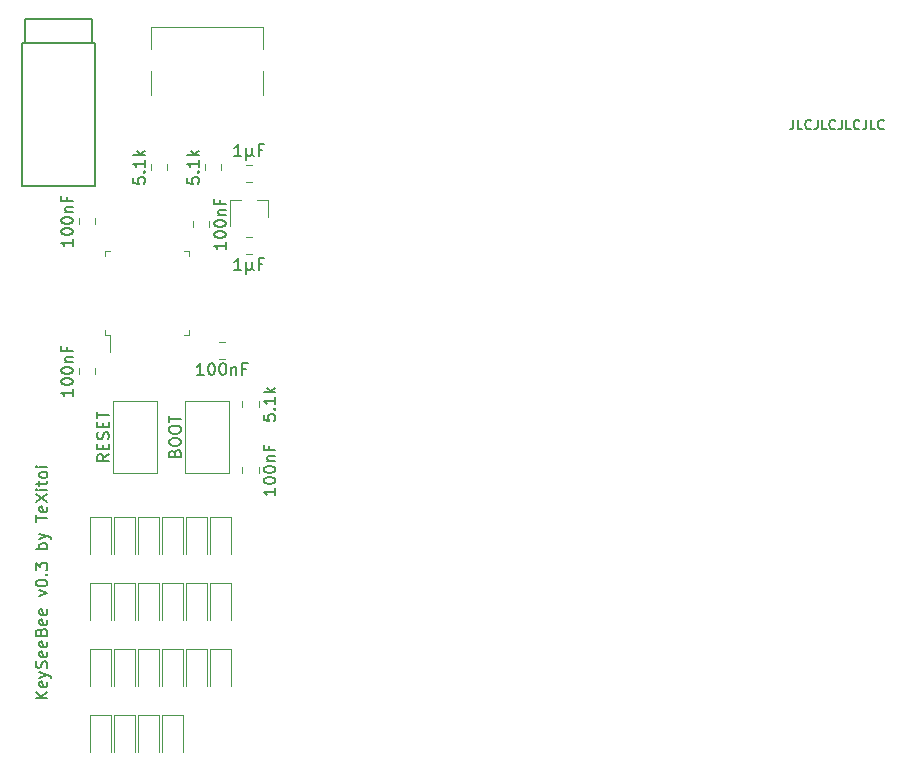
<source format=gto>
G04 #@! TF.GenerationSoftware,KiCad,Pcbnew,5.0.2+dfsg1-1*
G04 #@! TF.CreationDate,2020-12-03T00:06:01+01:00*
G04 #@! TF.ProjectId,right,72696768-742e-46b6-9963-61645f706362,rev?*
G04 #@! TF.SameCoordinates,Original*
G04 #@! TF.FileFunction,Legend,Top*
G04 #@! TF.FilePolarity,Positive*
%FSLAX46Y46*%
G04 Gerber Fmt 4.6, Leading zero omitted, Abs format (unit mm)*
G04 Created by KiCad (PCBNEW 5.0.2+dfsg1-1) date jeu. 03 déc. 2020 00:06:01 CET*
%MOMM*%
%LPD*%
G01*
G04 APERTURE LIST*
%ADD10C,0.200000*%
%ADD11C,0.120000*%
%ADD12C,0.150000*%
%ADD13C,4.102000*%
%ADD14C,2.002000*%
%ADD15C,1.802000*%
%ADD16R,1.602000X1.602000*%
%ADD17C,0.100000*%
%ADD18C,1.252000*%
%ADD19R,1.102000X1.102000*%
%ADD20R,0.352000X1.402000*%
%ADD21R,1.402000X0.352000*%
%ADD22R,0.902000X1.002000*%
%ADD23C,0.902000*%
%ADD24O,1.102000X1.502000*%
%ADD25O,1.102000X1.702000*%
%ADD26C,0.752000*%
%ADD27O,1.102000X2.202000*%
%ADD28R,0.402000X1.552000*%
%ADD29R,0.702000X1.552000*%
G04 APERTURE END LIST*
D10*
X146418761Y-72713904D02*
X146418761Y-73285333D01*
X146380666Y-73399619D01*
X146304476Y-73475809D01*
X146190190Y-73513904D01*
X146114000Y-73513904D01*
X147180666Y-73513904D02*
X146799714Y-73513904D01*
X146799714Y-72713904D01*
X147904476Y-73437714D02*
X147866380Y-73475809D01*
X147752095Y-73513904D01*
X147675904Y-73513904D01*
X147561619Y-73475809D01*
X147485428Y-73399619D01*
X147447333Y-73323428D01*
X147409238Y-73171047D01*
X147409238Y-73056761D01*
X147447333Y-72904380D01*
X147485428Y-72828190D01*
X147561619Y-72752000D01*
X147675904Y-72713904D01*
X147752095Y-72713904D01*
X147866380Y-72752000D01*
X147904476Y-72790095D01*
X148475904Y-72713904D02*
X148475904Y-73285333D01*
X148437809Y-73399619D01*
X148361619Y-73475809D01*
X148247333Y-73513904D01*
X148171142Y-73513904D01*
X149237809Y-73513904D02*
X148856857Y-73513904D01*
X148856857Y-72713904D01*
X149961619Y-73437714D02*
X149923523Y-73475809D01*
X149809238Y-73513904D01*
X149733047Y-73513904D01*
X149618761Y-73475809D01*
X149542571Y-73399619D01*
X149504476Y-73323428D01*
X149466380Y-73171047D01*
X149466380Y-73056761D01*
X149504476Y-72904380D01*
X149542571Y-72828190D01*
X149618761Y-72752000D01*
X149733047Y-72713904D01*
X149809238Y-72713904D01*
X149923523Y-72752000D01*
X149961619Y-72790095D01*
X150533047Y-72713904D02*
X150533047Y-73285333D01*
X150494952Y-73399619D01*
X150418761Y-73475809D01*
X150304476Y-73513904D01*
X150228285Y-73513904D01*
X151294952Y-73513904D02*
X150914000Y-73513904D01*
X150914000Y-72713904D01*
X152018761Y-73437714D02*
X151980666Y-73475809D01*
X151866380Y-73513904D01*
X151790190Y-73513904D01*
X151675904Y-73475809D01*
X151599714Y-73399619D01*
X151561619Y-73323428D01*
X151523523Y-73171047D01*
X151523523Y-73056761D01*
X151561619Y-72904380D01*
X151599714Y-72828190D01*
X151675904Y-72752000D01*
X151790190Y-72713904D01*
X151866380Y-72713904D01*
X151980666Y-72752000D01*
X152018761Y-72790095D01*
X152590190Y-72713904D02*
X152590190Y-73285333D01*
X152552095Y-73399619D01*
X152475904Y-73475809D01*
X152361619Y-73513904D01*
X152285428Y-73513904D01*
X153352095Y-73513904D02*
X152971142Y-73513904D01*
X152971142Y-72713904D01*
X154075904Y-73437714D02*
X154037809Y-73475809D01*
X153923523Y-73513904D01*
X153847333Y-73513904D01*
X153733047Y-73475809D01*
X153656857Y-73399619D01*
X153618761Y-73323428D01*
X153580666Y-73171047D01*
X153580666Y-73056761D01*
X153618761Y-72904380D01*
X153656857Y-72828190D01*
X153733047Y-72752000D01*
X153847333Y-72713904D01*
X153923523Y-72713904D01*
X154037809Y-72752000D01*
X154075904Y-72790095D01*
X83256380Y-121678904D02*
X82256380Y-121678904D01*
X83256380Y-121107476D02*
X82684952Y-121536047D01*
X82256380Y-121107476D02*
X82827809Y-121678904D01*
X83208761Y-120297952D02*
X83256380Y-120393190D01*
X83256380Y-120583666D01*
X83208761Y-120678904D01*
X83113523Y-120726523D01*
X82732571Y-120726523D01*
X82637333Y-120678904D01*
X82589714Y-120583666D01*
X82589714Y-120393190D01*
X82637333Y-120297952D01*
X82732571Y-120250333D01*
X82827809Y-120250333D01*
X82923047Y-120726523D01*
X82589714Y-119917000D02*
X83256380Y-119678904D01*
X82589714Y-119440809D02*
X83256380Y-119678904D01*
X83494476Y-119774142D01*
X83542095Y-119821761D01*
X83589714Y-119917000D01*
X83208761Y-119107476D02*
X83256380Y-118964619D01*
X83256380Y-118726523D01*
X83208761Y-118631285D01*
X83161142Y-118583666D01*
X83065904Y-118536047D01*
X82970666Y-118536047D01*
X82875428Y-118583666D01*
X82827809Y-118631285D01*
X82780190Y-118726523D01*
X82732571Y-118917000D01*
X82684952Y-119012238D01*
X82637333Y-119059857D01*
X82542095Y-119107476D01*
X82446857Y-119107476D01*
X82351619Y-119059857D01*
X82304000Y-119012238D01*
X82256380Y-118917000D01*
X82256380Y-118678904D01*
X82304000Y-118536047D01*
X83208761Y-117726523D02*
X83256380Y-117821761D01*
X83256380Y-118012238D01*
X83208761Y-118107476D01*
X83113523Y-118155095D01*
X82732571Y-118155095D01*
X82637333Y-118107476D01*
X82589714Y-118012238D01*
X82589714Y-117821761D01*
X82637333Y-117726523D01*
X82732571Y-117678904D01*
X82827809Y-117678904D01*
X82923047Y-118155095D01*
X83208761Y-116869380D02*
X83256380Y-116964619D01*
X83256380Y-117155095D01*
X83208761Y-117250333D01*
X83113523Y-117297952D01*
X82732571Y-117297952D01*
X82637333Y-117250333D01*
X82589714Y-117155095D01*
X82589714Y-116964619D01*
X82637333Y-116869380D01*
X82732571Y-116821761D01*
X82827809Y-116821761D01*
X82923047Y-117297952D01*
X82732571Y-116059857D02*
X82780190Y-115917000D01*
X82827809Y-115869380D01*
X82923047Y-115821761D01*
X83065904Y-115821761D01*
X83161142Y-115869380D01*
X83208761Y-115917000D01*
X83256380Y-116012238D01*
X83256380Y-116393190D01*
X82256380Y-116393190D01*
X82256380Y-116059857D01*
X82304000Y-115964619D01*
X82351619Y-115917000D01*
X82446857Y-115869380D01*
X82542095Y-115869380D01*
X82637333Y-115917000D01*
X82684952Y-115964619D01*
X82732571Y-116059857D01*
X82732571Y-116393190D01*
X83208761Y-115012238D02*
X83256380Y-115107476D01*
X83256380Y-115297952D01*
X83208761Y-115393190D01*
X83113523Y-115440809D01*
X82732571Y-115440809D01*
X82637333Y-115393190D01*
X82589714Y-115297952D01*
X82589714Y-115107476D01*
X82637333Y-115012238D01*
X82732571Y-114964619D01*
X82827809Y-114964619D01*
X82923047Y-115440809D01*
X83208761Y-114155095D02*
X83256380Y-114250333D01*
X83256380Y-114440809D01*
X83208761Y-114536047D01*
X83113523Y-114583666D01*
X82732571Y-114583666D01*
X82637333Y-114536047D01*
X82589714Y-114440809D01*
X82589714Y-114250333D01*
X82637333Y-114155095D01*
X82732571Y-114107476D01*
X82827809Y-114107476D01*
X82923047Y-114583666D01*
X82589714Y-113012238D02*
X83256380Y-112774142D01*
X82589714Y-112536047D01*
X82256380Y-111964619D02*
X82256380Y-111869380D01*
X82304000Y-111774142D01*
X82351619Y-111726523D01*
X82446857Y-111678904D01*
X82637333Y-111631285D01*
X82875428Y-111631285D01*
X83065904Y-111678904D01*
X83161142Y-111726523D01*
X83208761Y-111774142D01*
X83256380Y-111869380D01*
X83256380Y-111964619D01*
X83208761Y-112059857D01*
X83161142Y-112107476D01*
X83065904Y-112155095D01*
X82875428Y-112202714D01*
X82637333Y-112202714D01*
X82446857Y-112155095D01*
X82351619Y-112107476D01*
X82304000Y-112059857D01*
X82256380Y-111964619D01*
X83161142Y-111202714D02*
X83208761Y-111155095D01*
X83256380Y-111202714D01*
X83208761Y-111250333D01*
X83161142Y-111202714D01*
X83256380Y-111202714D01*
X82256380Y-110821761D02*
X82256380Y-110202714D01*
X82637333Y-110536047D01*
X82637333Y-110393190D01*
X82684952Y-110297952D01*
X82732571Y-110250333D01*
X82827809Y-110202714D01*
X83065904Y-110202714D01*
X83161142Y-110250333D01*
X83208761Y-110297952D01*
X83256380Y-110393190D01*
X83256380Y-110678904D01*
X83208761Y-110774142D01*
X83161142Y-110821761D01*
X83256380Y-109012238D02*
X82256380Y-109012238D01*
X82637333Y-109012238D02*
X82589714Y-108917000D01*
X82589714Y-108726523D01*
X82637333Y-108631285D01*
X82684952Y-108583666D01*
X82780190Y-108536047D01*
X83065904Y-108536047D01*
X83161142Y-108583666D01*
X83208761Y-108631285D01*
X83256380Y-108726523D01*
X83256380Y-108917000D01*
X83208761Y-109012238D01*
X82589714Y-108202714D02*
X83256380Y-107964619D01*
X82589714Y-107726523D02*
X83256380Y-107964619D01*
X83494476Y-108059857D01*
X83542095Y-108107476D01*
X83589714Y-108202714D01*
X82256380Y-106726523D02*
X82256380Y-106155095D01*
X83256380Y-106440809D02*
X82256380Y-106440809D01*
X83208761Y-105440809D02*
X83256380Y-105536047D01*
X83256380Y-105726523D01*
X83208761Y-105821761D01*
X83113523Y-105869380D01*
X82732571Y-105869380D01*
X82637333Y-105821761D01*
X82589714Y-105726523D01*
X82589714Y-105536047D01*
X82637333Y-105440809D01*
X82732571Y-105393190D01*
X82827809Y-105393190D01*
X82923047Y-105869380D01*
X82256380Y-105059857D02*
X83256380Y-104393190D01*
X82256380Y-104393190D02*
X83256380Y-105059857D01*
X83256380Y-104012238D02*
X82589714Y-104012238D01*
X82256380Y-104012238D02*
X82304000Y-104059857D01*
X82351619Y-104012238D01*
X82304000Y-103964619D01*
X82256380Y-104012238D01*
X82351619Y-104012238D01*
X82589714Y-103678904D02*
X82589714Y-103297952D01*
X82256380Y-103536047D02*
X83113523Y-103536047D01*
X83208761Y-103488428D01*
X83256380Y-103393190D01*
X83256380Y-103297952D01*
X83256380Y-102821761D02*
X83208761Y-102917000D01*
X83161142Y-102964619D01*
X83065904Y-103012238D01*
X82780190Y-103012238D01*
X82684952Y-102964619D01*
X82637333Y-102917000D01*
X82589714Y-102821761D01*
X82589714Y-102678904D01*
X82637333Y-102583666D01*
X82684952Y-102536047D01*
X82780190Y-102488428D01*
X83065904Y-102488428D01*
X83161142Y-102536047D01*
X83208761Y-102583666D01*
X83256380Y-102678904D01*
X83256380Y-102821761D01*
X83256380Y-102059857D02*
X82589714Y-102059857D01*
X82256380Y-102059857D02*
X82304000Y-102107476D01*
X82351619Y-102059857D01*
X82304000Y-102012238D01*
X82256380Y-102059857D01*
X82351619Y-102059857D01*
D11*
G04 #@! TO.C,SW2*
X92528000Y-102628000D02*
X88828000Y-102628000D01*
X92528000Y-96508000D02*
X92528000Y-102628000D01*
X88828000Y-96508000D02*
X92528000Y-96508000D01*
X88828000Y-102628000D02*
X88828000Y-96508000D01*
G04 #@! TO.C,SW1*
X98624000Y-96508000D02*
X98624000Y-102628000D01*
X98624000Y-102628000D02*
X94924000Y-102628000D01*
X94924000Y-102628000D02*
X94924000Y-96508000D01*
X94924000Y-96508000D02*
X98624000Y-96508000D01*
G04 #@! TO.C,C1*
X101167000Y-102100748D02*
X101167000Y-102623252D01*
X99747000Y-102100748D02*
X99747000Y-102623252D01*
G04 #@! TO.C,C2*
X85904000Y-81018748D02*
X85904000Y-81541252D01*
X87324000Y-81018748D02*
X87324000Y-81541252D01*
G04 #@! TO.C,C3*
X95556000Y-81795252D02*
X95556000Y-81272748D01*
X96976000Y-81795252D02*
X96976000Y-81272748D01*
G04 #@! TO.C,C4*
X97782748Y-92912000D02*
X98305252Y-92912000D01*
X97782748Y-91492000D02*
X98305252Y-91492000D01*
G04 #@! TO.C,C5*
X87324000Y-93718748D02*
X87324000Y-94241252D01*
X85904000Y-93718748D02*
X85904000Y-94241252D01*
G04 #@! TO.C,C6*
X100068748Y-84022000D02*
X100591252Y-84022000D01*
X100068748Y-82602000D02*
X100591252Y-82602000D01*
G04 #@! TO.C,C7*
X100068748Y-76506000D02*
X100591252Y-76506000D01*
X100068748Y-77926000D02*
X100591252Y-77926000D01*
G04 #@! TO.C,D17*
X88607000Y-123068000D02*
X88607000Y-126218000D01*
X86907000Y-123068000D02*
X86907000Y-126218000D01*
X88607000Y-123068000D02*
X86907000Y-123068000D01*
G04 #@! TO.C,D15*
X88607000Y-111892000D02*
X86907000Y-111892000D01*
X86907000Y-111892000D02*
X86907000Y-115042000D01*
X88607000Y-111892000D02*
X88607000Y-115042000D01*
G04 #@! TO.C,D14*
X88607000Y-106304000D02*
X88607000Y-109454000D01*
X86907000Y-106304000D02*
X86907000Y-109454000D01*
X88607000Y-106304000D02*
X86907000Y-106304000D01*
G04 #@! TO.C,D12*
X94703000Y-123068000D02*
X93003000Y-123068000D01*
X93003000Y-123068000D02*
X93003000Y-126218000D01*
X94703000Y-123068000D02*
X94703000Y-126218000D01*
G04 #@! TO.C,D11*
X94703000Y-117480000D02*
X94703000Y-120630000D01*
X93003000Y-117480000D02*
X93003000Y-120630000D01*
X94703000Y-117480000D02*
X93003000Y-117480000D01*
G04 #@! TO.C,D10*
X94703000Y-111892000D02*
X93003000Y-111892000D01*
X93003000Y-111892000D02*
X93003000Y-115042000D01*
X94703000Y-111892000D02*
X94703000Y-115042000D01*
G04 #@! TO.C,D9*
X94703000Y-106304000D02*
X94703000Y-109454000D01*
X93003000Y-106304000D02*
X93003000Y-109454000D01*
X94703000Y-106304000D02*
X93003000Y-106304000D01*
G04 #@! TO.C,D7*
X98767000Y-117480000D02*
X97067000Y-117480000D01*
X97067000Y-117480000D02*
X97067000Y-120630000D01*
X98767000Y-117480000D02*
X98767000Y-120630000D01*
G04 #@! TO.C,D6*
X98767000Y-111892000D02*
X98767000Y-115042000D01*
X97067000Y-111892000D02*
X97067000Y-115042000D01*
X98767000Y-111892000D02*
X97067000Y-111892000D01*
G04 #@! TO.C,D5*
X98767000Y-106304000D02*
X97067000Y-106304000D01*
X97067000Y-106304000D02*
X97067000Y-109454000D01*
X98767000Y-106304000D02*
X98767000Y-109454000D01*
G04 #@! TO.C,D16*
X88607000Y-117480000D02*
X88607000Y-120630000D01*
X86907000Y-117480000D02*
X86907000Y-120630000D01*
X88607000Y-117480000D02*
X86907000Y-117480000D01*
G04 #@! TO.C,D20*
X96735000Y-111892000D02*
X95035000Y-111892000D01*
X95035000Y-111892000D02*
X95035000Y-115042000D01*
X96735000Y-111892000D02*
X96735000Y-115042000D01*
G04 #@! TO.C,D36*
X90639000Y-123068000D02*
X90639000Y-126218000D01*
X88939000Y-123068000D02*
X88939000Y-126218000D01*
X90639000Y-123068000D02*
X88939000Y-123068000D01*
G04 #@! TO.C,D34*
X90639000Y-111892000D02*
X88939000Y-111892000D01*
X88939000Y-111892000D02*
X88939000Y-115042000D01*
X90639000Y-111892000D02*
X90639000Y-115042000D01*
G04 #@! TO.C,D33*
X90639000Y-106304000D02*
X90639000Y-109454000D01*
X88939000Y-106304000D02*
X88939000Y-109454000D01*
X90639000Y-106304000D02*
X88939000Y-106304000D01*
G04 #@! TO.C,D26*
X92671000Y-123068000D02*
X90971000Y-123068000D01*
X90971000Y-123068000D02*
X90971000Y-126218000D01*
X92671000Y-123068000D02*
X92671000Y-126218000D01*
G04 #@! TO.C,D25*
X92671000Y-117480000D02*
X92671000Y-120630000D01*
X90971000Y-117480000D02*
X90971000Y-120630000D01*
X92671000Y-117480000D02*
X90971000Y-117480000D01*
G04 #@! TO.C,D24*
X92671000Y-111892000D02*
X90971000Y-111892000D01*
X90971000Y-111892000D02*
X90971000Y-115042000D01*
X92671000Y-111892000D02*
X92671000Y-115042000D01*
G04 #@! TO.C,D23*
X92671000Y-106304000D02*
X92671000Y-109454000D01*
X90971000Y-106304000D02*
X90971000Y-109454000D01*
X92671000Y-106304000D02*
X90971000Y-106304000D01*
G04 #@! TO.C,D21*
X96735000Y-117480000D02*
X95035000Y-117480000D01*
X95035000Y-117480000D02*
X95035000Y-120630000D01*
X96735000Y-117480000D02*
X96735000Y-120630000D01*
G04 #@! TO.C,D19*
X96735000Y-106304000D02*
X96735000Y-109454000D01*
X95035000Y-106304000D02*
X95035000Y-109454000D01*
X96735000Y-106304000D02*
X95035000Y-106304000D01*
G04 #@! TO.C,D35*
X90639000Y-117480000D02*
X88939000Y-117480000D01*
X88939000Y-117480000D02*
X88939000Y-120630000D01*
X90639000Y-117480000D02*
X90639000Y-120630000D01*
G04 #@! TO.C,U1*
X88134000Y-83816000D02*
X88554000Y-83816000D01*
X95254000Y-83816000D02*
X94834000Y-83816000D01*
X95254000Y-90936000D02*
X94834000Y-90936000D01*
X88134000Y-90936000D02*
X88134000Y-90516000D01*
X95254000Y-83816000D02*
X95254000Y-84236000D01*
X88134000Y-83816000D02*
X88134000Y-84236000D01*
X88554000Y-90936000D02*
X88554000Y-92316000D01*
X88134000Y-90936000D02*
X88554000Y-90936000D01*
X95254000Y-90936000D02*
X95254000Y-90516000D01*
G04 #@! TO.C,U2*
X101910000Y-79504000D02*
X100980000Y-79504000D01*
X98750000Y-79504000D02*
X99680000Y-79504000D01*
X98750000Y-79504000D02*
X98750000Y-81664000D01*
X101910000Y-79504000D02*
X101910000Y-80964000D01*
G04 #@! TO.C,R7*
X97992000Y-76446748D02*
X97992000Y-76969252D01*
X96572000Y-76446748D02*
X96572000Y-76969252D01*
G04 #@! TO.C,R6*
X92000000Y-76446748D02*
X92000000Y-76969252D01*
X93420000Y-76446748D02*
X93420000Y-76969252D01*
G04 #@! TO.C,R1*
X101167000Y-96512748D02*
X101167000Y-97035252D01*
X99747000Y-96512748D02*
X99747000Y-97035252D01*
D12*
G04 #@! TO.C,J2*
X87001000Y-64167000D02*
X81401000Y-64167000D01*
X81401000Y-66167000D02*
X81401000Y-64167000D01*
X87001000Y-66167000D02*
X87001000Y-64167000D01*
X81151000Y-66167000D02*
X81151000Y-78267000D01*
X87251000Y-66167000D02*
X87251000Y-78267000D01*
X87251000Y-78267000D02*
X81151000Y-78267000D01*
X87251000Y-66167000D02*
X81151000Y-66167000D01*
D11*
G04 #@! TO.C,J1*
X101474000Y-66707000D02*
X101474000Y-64807000D01*
X101474000Y-70607000D02*
X101474000Y-68607000D01*
X92074000Y-66707000D02*
X92074000Y-64807000D01*
X92074000Y-70607000D02*
X92074000Y-68607000D01*
X101474000Y-64807000D02*
X92074000Y-64807000D01*
G04 #@! TO.C,SW2*
D12*
X88463380Y-101020380D02*
X87987190Y-101353714D01*
X88463380Y-101591809D02*
X87463380Y-101591809D01*
X87463380Y-101210857D01*
X87511000Y-101115619D01*
X87558619Y-101068000D01*
X87653857Y-101020380D01*
X87796714Y-101020380D01*
X87891952Y-101068000D01*
X87939571Y-101115619D01*
X87987190Y-101210857D01*
X87987190Y-101591809D01*
X87939571Y-100591809D02*
X87939571Y-100258476D01*
X88463380Y-100115619D02*
X88463380Y-100591809D01*
X87463380Y-100591809D01*
X87463380Y-100115619D01*
X88415761Y-99734666D02*
X88463380Y-99591809D01*
X88463380Y-99353714D01*
X88415761Y-99258476D01*
X88368142Y-99210857D01*
X88272904Y-99163238D01*
X88177666Y-99163238D01*
X88082428Y-99210857D01*
X88034809Y-99258476D01*
X87987190Y-99353714D01*
X87939571Y-99544190D01*
X87891952Y-99639428D01*
X87844333Y-99687047D01*
X87749095Y-99734666D01*
X87653857Y-99734666D01*
X87558619Y-99687047D01*
X87511000Y-99639428D01*
X87463380Y-99544190D01*
X87463380Y-99306095D01*
X87511000Y-99163238D01*
X87939571Y-98734666D02*
X87939571Y-98401333D01*
X88463380Y-98258476D02*
X88463380Y-98734666D01*
X87463380Y-98734666D01*
X87463380Y-98258476D01*
X87463380Y-97972761D02*
X87463380Y-97401333D01*
X88463380Y-97687047D02*
X87463380Y-97687047D01*
G04 #@! TO.C,SW1*
X94035571Y-100925142D02*
X94083190Y-100782285D01*
X94130809Y-100734666D01*
X94226047Y-100687047D01*
X94368904Y-100687047D01*
X94464142Y-100734666D01*
X94511761Y-100782285D01*
X94559380Y-100877523D01*
X94559380Y-101258476D01*
X93559380Y-101258476D01*
X93559380Y-100925142D01*
X93607000Y-100829904D01*
X93654619Y-100782285D01*
X93749857Y-100734666D01*
X93845095Y-100734666D01*
X93940333Y-100782285D01*
X93987952Y-100829904D01*
X94035571Y-100925142D01*
X94035571Y-101258476D01*
X93559380Y-100068000D02*
X93559380Y-99877523D01*
X93607000Y-99782285D01*
X93702238Y-99687047D01*
X93892714Y-99639428D01*
X94226047Y-99639428D01*
X94416523Y-99687047D01*
X94511761Y-99782285D01*
X94559380Y-99877523D01*
X94559380Y-100068000D01*
X94511761Y-100163238D01*
X94416523Y-100258476D01*
X94226047Y-100306095D01*
X93892714Y-100306095D01*
X93702238Y-100258476D01*
X93607000Y-100163238D01*
X93559380Y-100068000D01*
X93559380Y-99020380D02*
X93559380Y-98829904D01*
X93607000Y-98734666D01*
X93702238Y-98639428D01*
X93892714Y-98591809D01*
X94226047Y-98591809D01*
X94416523Y-98639428D01*
X94511761Y-98734666D01*
X94559380Y-98829904D01*
X94559380Y-99020380D01*
X94511761Y-99115619D01*
X94416523Y-99210857D01*
X94226047Y-99258476D01*
X93892714Y-99258476D01*
X93702238Y-99210857D01*
X93607000Y-99115619D01*
X93559380Y-99020380D01*
X93559380Y-98306095D02*
X93559380Y-97734666D01*
X94559380Y-98020380D02*
X93559380Y-98020380D01*
G04 #@! TO.C,C1*
X102560380Y-103909619D02*
X102560380Y-104481047D01*
X102560380Y-104195333D02*
X101560380Y-104195333D01*
X101703238Y-104290571D01*
X101798476Y-104385809D01*
X101846095Y-104481047D01*
X101560380Y-103290571D02*
X101560380Y-103195333D01*
X101608000Y-103100095D01*
X101655619Y-103052476D01*
X101750857Y-103004857D01*
X101941333Y-102957238D01*
X102179428Y-102957238D01*
X102369904Y-103004857D01*
X102465142Y-103052476D01*
X102512761Y-103100095D01*
X102560380Y-103195333D01*
X102560380Y-103290571D01*
X102512761Y-103385809D01*
X102465142Y-103433428D01*
X102369904Y-103481047D01*
X102179428Y-103528666D01*
X101941333Y-103528666D01*
X101750857Y-103481047D01*
X101655619Y-103433428D01*
X101608000Y-103385809D01*
X101560380Y-103290571D01*
X101560380Y-102338190D02*
X101560380Y-102242952D01*
X101608000Y-102147714D01*
X101655619Y-102100095D01*
X101750857Y-102052476D01*
X101941333Y-102004857D01*
X102179428Y-102004857D01*
X102369904Y-102052476D01*
X102465142Y-102100095D01*
X102512761Y-102147714D01*
X102560380Y-102242952D01*
X102560380Y-102338190D01*
X102512761Y-102433428D01*
X102465142Y-102481047D01*
X102369904Y-102528666D01*
X102179428Y-102576285D01*
X101941333Y-102576285D01*
X101750857Y-102528666D01*
X101655619Y-102481047D01*
X101608000Y-102433428D01*
X101560380Y-102338190D01*
X101893714Y-101576285D02*
X102560380Y-101576285D01*
X101988952Y-101576285D02*
X101941333Y-101528666D01*
X101893714Y-101433428D01*
X101893714Y-101290571D01*
X101941333Y-101195333D01*
X102036571Y-101147714D01*
X102560380Y-101147714D01*
X102036571Y-100338190D02*
X102036571Y-100671523D01*
X102560380Y-100671523D02*
X101560380Y-100671523D01*
X101560380Y-100195333D01*
G04 #@! TO.C,C2*
X85416380Y-82827619D02*
X85416380Y-83399047D01*
X85416380Y-83113333D02*
X84416380Y-83113333D01*
X84559238Y-83208571D01*
X84654476Y-83303809D01*
X84702095Y-83399047D01*
X84416380Y-82208571D02*
X84416380Y-82113333D01*
X84464000Y-82018095D01*
X84511619Y-81970476D01*
X84606857Y-81922857D01*
X84797333Y-81875238D01*
X85035428Y-81875238D01*
X85225904Y-81922857D01*
X85321142Y-81970476D01*
X85368761Y-82018095D01*
X85416380Y-82113333D01*
X85416380Y-82208571D01*
X85368761Y-82303809D01*
X85321142Y-82351428D01*
X85225904Y-82399047D01*
X85035428Y-82446666D01*
X84797333Y-82446666D01*
X84606857Y-82399047D01*
X84511619Y-82351428D01*
X84464000Y-82303809D01*
X84416380Y-82208571D01*
X84416380Y-81256190D02*
X84416380Y-81160952D01*
X84464000Y-81065714D01*
X84511619Y-81018095D01*
X84606857Y-80970476D01*
X84797333Y-80922857D01*
X85035428Y-80922857D01*
X85225904Y-80970476D01*
X85321142Y-81018095D01*
X85368761Y-81065714D01*
X85416380Y-81160952D01*
X85416380Y-81256190D01*
X85368761Y-81351428D01*
X85321142Y-81399047D01*
X85225904Y-81446666D01*
X85035428Y-81494285D01*
X84797333Y-81494285D01*
X84606857Y-81446666D01*
X84511619Y-81399047D01*
X84464000Y-81351428D01*
X84416380Y-81256190D01*
X84749714Y-80494285D02*
X85416380Y-80494285D01*
X84844952Y-80494285D02*
X84797333Y-80446666D01*
X84749714Y-80351428D01*
X84749714Y-80208571D01*
X84797333Y-80113333D01*
X84892571Y-80065714D01*
X85416380Y-80065714D01*
X84892571Y-79256190D02*
X84892571Y-79589523D01*
X85416380Y-79589523D02*
X84416380Y-79589523D01*
X84416380Y-79113333D01*
G04 #@! TO.C,C3*
X98369380Y-83081619D02*
X98369380Y-83653047D01*
X98369380Y-83367333D02*
X97369380Y-83367333D01*
X97512238Y-83462571D01*
X97607476Y-83557809D01*
X97655095Y-83653047D01*
X97369380Y-82462571D02*
X97369380Y-82367333D01*
X97417000Y-82272095D01*
X97464619Y-82224476D01*
X97559857Y-82176857D01*
X97750333Y-82129238D01*
X97988428Y-82129238D01*
X98178904Y-82176857D01*
X98274142Y-82224476D01*
X98321761Y-82272095D01*
X98369380Y-82367333D01*
X98369380Y-82462571D01*
X98321761Y-82557809D01*
X98274142Y-82605428D01*
X98178904Y-82653047D01*
X97988428Y-82700666D01*
X97750333Y-82700666D01*
X97559857Y-82653047D01*
X97464619Y-82605428D01*
X97417000Y-82557809D01*
X97369380Y-82462571D01*
X97369380Y-81510190D02*
X97369380Y-81414952D01*
X97417000Y-81319714D01*
X97464619Y-81272095D01*
X97559857Y-81224476D01*
X97750333Y-81176857D01*
X97988428Y-81176857D01*
X98178904Y-81224476D01*
X98274142Y-81272095D01*
X98321761Y-81319714D01*
X98369380Y-81414952D01*
X98369380Y-81510190D01*
X98321761Y-81605428D01*
X98274142Y-81653047D01*
X98178904Y-81700666D01*
X97988428Y-81748285D01*
X97750333Y-81748285D01*
X97559857Y-81700666D01*
X97464619Y-81653047D01*
X97417000Y-81605428D01*
X97369380Y-81510190D01*
X97702714Y-80748285D02*
X98369380Y-80748285D01*
X97797952Y-80748285D02*
X97750333Y-80700666D01*
X97702714Y-80605428D01*
X97702714Y-80462571D01*
X97750333Y-80367333D01*
X97845571Y-80319714D01*
X98369380Y-80319714D01*
X97845571Y-79510190D02*
X97845571Y-79843523D01*
X98369380Y-79843523D02*
X97369380Y-79843523D01*
X97369380Y-79367333D01*
G04 #@! TO.C,C4*
X96496380Y-94304380D02*
X95924952Y-94304380D01*
X96210666Y-94304380D02*
X96210666Y-93304380D01*
X96115428Y-93447238D01*
X96020190Y-93542476D01*
X95924952Y-93590095D01*
X97115428Y-93304380D02*
X97210666Y-93304380D01*
X97305904Y-93352000D01*
X97353523Y-93399619D01*
X97401142Y-93494857D01*
X97448761Y-93685333D01*
X97448761Y-93923428D01*
X97401142Y-94113904D01*
X97353523Y-94209142D01*
X97305904Y-94256761D01*
X97210666Y-94304380D01*
X97115428Y-94304380D01*
X97020190Y-94256761D01*
X96972571Y-94209142D01*
X96924952Y-94113904D01*
X96877333Y-93923428D01*
X96877333Y-93685333D01*
X96924952Y-93494857D01*
X96972571Y-93399619D01*
X97020190Y-93352000D01*
X97115428Y-93304380D01*
X98067809Y-93304380D02*
X98163047Y-93304380D01*
X98258285Y-93352000D01*
X98305904Y-93399619D01*
X98353523Y-93494857D01*
X98401142Y-93685333D01*
X98401142Y-93923428D01*
X98353523Y-94113904D01*
X98305904Y-94209142D01*
X98258285Y-94256761D01*
X98163047Y-94304380D01*
X98067809Y-94304380D01*
X97972571Y-94256761D01*
X97924952Y-94209142D01*
X97877333Y-94113904D01*
X97829714Y-93923428D01*
X97829714Y-93685333D01*
X97877333Y-93494857D01*
X97924952Y-93399619D01*
X97972571Y-93352000D01*
X98067809Y-93304380D01*
X98829714Y-93637714D02*
X98829714Y-94304380D01*
X98829714Y-93732952D02*
X98877333Y-93685333D01*
X98972571Y-93637714D01*
X99115428Y-93637714D01*
X99210666Y-93685333D01*
X99258285Y-93780571D01*
X99258285Y-94304380D01*
X100067809Y-93780571D02*
X99734476Y-93780571D01*
X99734476Y-94304380D02*
X99734476Y-93304380D01*
X100210666Y-93304380D01*
G04 #@! TO.C,C5*
X85416380Y-95527619D02*
X85416380Y-96099047D01*
X85416380Y-95813333D02*
X84416380Y-95813333D01*
X84559238Y-95908571D01*
X84654476Y-96003809D01*
X84702095Y-96099047D01*
X84416380Y-94908571D02*
X84416380Y-94813333D01*
X84464000Y-94718095D01*
X84511619Y-94670476D01*
X84606857Y-94622857D01*
X84797333Y-94575238D01*
X85035428Y-94575238D01*
X85225904Y-94622857D01*
X85321142Y-94670476D01*
X85368761Y-94718095D01*
X85416380Y-94813333D01*
X85416380Y-94908571D01*
X85368761Y-95003809D01*
X85321142Y-95051428D01*
X85225904Y-95099047D01*
X85035428Y-95146666D01*
X84797333Y-95146666D01*
X84606857Y-95099047D01*
X84511619Y-95051428D01*
X84464000Y-95003809D01*
X84416380Y-94908571D01*
X84416380Y-93956190D02*
X84416380Y-93860952D01*
X84464000Y-93765714D01*
X84511619Y-93718095D01*
X84606857Y-93670476D01*
X84797333Y-93622857D01*
X85035428Y-93622857D01*
X85225904Y-93670476D01*
X85321142Y-93718095D01*
X85368761Y-93765714D01*
X85416380Y-93860952D01*
X85416380Y-93956190D01*
X85368761Y-94051428D01*
X85321142Y-94099047D01*
X85225904Y-94146666D01*
X85035428Y-94194285D01*
X84797333Y-94194285D01*
X84606857Y-94146666D01*
X84511619Y-94099047D01*
X84464000Y-94051428D01*
X84416380Y-93956190D01*
X84749714Y-93194285D02*
X85416380Y-93194285D01*
X84844952Y-93194285D02*
X84797333Y-93146666D01*
X84749714Y-93051428D01*
X84749714Y-92908571D01*
X84797333Y-92813333D01*
X84892571Y-92765714D01*
X85416380Y-92765714D01*
X84892571Y-91956190D02*
X84892571Y-92289523D01*
X85416380Y-92289523D02*
X84416380Y-92289523D01*
X84416380Y-91813333D01*
G04 #@! TO.C,C6*
X99663333Y-85414380D02*
X99091904Y-85414380D01*
X99377619Y-85414380D02*
X99377619Y-84414380D01*
X99282380Y-84557238D01*
X99187142Y-84652476D01*
X99091904Y-84700095D01*
X100091904Y-84747714D02*
X100091904Y-85747714D01*
X100568095Y-85271523D02*
X100615714Y-85366761D01*
X100710952Y-85414380D01*
X100091904Y-85271523D02*
X100139523Y-85366761D01*
X100234761Y-85414380D01*
X100425238Y-85414380D01*
X100520476Y-85366761D01*
X100568095Y-85271523D01*
X100568095Y-84747714D01*
X101472857Y-84890571D02*
X101139523Y-84890571D01*
X101139523Y-85414380D02*
X101139523Y-84414380D01*
X101615714Y-84414380D01*
G04 #@! TO.C,C7*
X99663333Y-75763380D02*
X99091904Y-75763380D01*
X99377619Y-75763380D02*
X99377619Y-74763380D01*
X99282380Y-74906238D01*
X99187142Y-75001476D01*
X99091904Y-75049095D01*
X100091904Y-75096714D02*
X100091904Y-76096714D01*
X100568095Y-75620523D02*
X100615714Y-75715761D01*
X100710952Y-75763380D01*
X100091904Y-75620523D02*
X100139523Y-75715761D01*
X100234761Y-75763380D01*
X100425238Y-75763380D01*
X100520476Y-75715761D01*
X100568095Y-75620523D01*
X100568095Y-75096714D01*
X101472857Y-75239571D02*
X101139523Y-75239571D01*
X101139523Y-75763380D02*
X101139523Y-74763380D01*
X101615714Y-74763380D01*
G04 #@! TO.C,R7*
X95084380Y-77588952D02*
X95084380Y-78065142D01*
X95560571Y-78112761D01*
X95512952Y-78065142D01*
X95465333Y-77969904D01*
X95465333Y-77731809D01*
X95512952Y-77636571D01*
X95560571Y-77588952D01*
X95655809Y-77541333D01*
X95893904Y-77541333D01*
X95989142Y-77588952D01*
X96036761Y-77636571D01*
X96084380Y-77731809D01*
X96084380Y-77969904D01*
X96036761Y-78065142D01*
X95989142Y-78112761D01*
X95989142Y-77112761D02*
X96036761Y-77065142D01*
X96084380Y-77112761D01*
X96036761Y-77160380D01*
X95989142Y-77112761D01*
X96084380Y-77112761D01*
X96084380Y-76112761D02*
X96084380Y-76684190D01*
X96084380Y-76398476D02*
X95084380Y-76398476D01*
X95227238Y-76493714D01*
X95322476Y-76588952D01*
X95370095Y-76684190D01*
X96084380Y-75684190D02*
X95084380Y-75684190D01*
X95703428Y-75588952D02*
X96084380Y-75303238D01*
X95417714Y-75303238D02*
X95798666Y-75684190D01*
G04 #@! TO.C,R6*
X90512380Y-77588952D02*
X90512380Y-78065142D01*
X90988571Y-78112761D01*
X90940952Y-78065142D01*
X90893333Y-77969904D01*
X90893333Y-77731809D01*
X90940952Y-77636571D01*
X90988571Y-77588952D01*
X91083809Y-77541333D01*
X91321904Y-77541333D01*
X91417142Y-77588952D01*
X91464761Y-77636571D01*
X91512380Y-77731809D01*
X91512380Y-77969904D01*
X91464761Y-78065142D01*
X91417142Y-78112761D01*
X91417142Y-77112761D02*
X91464761Y-77065142D01*
X91512380Y-77112761D01*
X91464761Y-77160380D01*
X91417142Y-77112761D01*
X91512380Y-77112761D01*
X91512380Y-76112761D02*
X91512380Y-76684190D01*
X91512380Y-76398476D02*
X90512380Y-76398476D01*
X90655238Y-76493714D01*
X90750476Y-76588952D01*
X90798095Y-76684190D01*
X91512380Y-75684190D02*
X90512380Y-75684190D01*
X91131428Y-75588952D02*
X91512380Y-75303238D01*
X90845714Y-75303238D02*
X91226666Y-75684190D01*
G04 #@! TO.C,R1*
X101560380Y-97654952D02*
X101560380Y-98131142D01*
X102036571Y-98178761D01*
X101988952Y-98131142D01*
X101941333Y-98035904D01*
X101941333Y-97797809D01*
X101988952Y-97702571D01*
X102036571Y-97654952D01*
X102131809Y-97607333D01*
X102369904Y-97607333D01*
X102465142Y-97654952D01*
X102512761Y-97702571D01*
X102560380Y-97797809D01*
X102560380Y-98035904D01*
X102512761Y-98131142D01*
X102465142Y-98178761D01*
X102465142Y-97178761D02*
X102512761Y-97131142D01*
X102560380Y-97178761D01*
X102512761Y-97226380D01*
X102465142Y-97178761D01*
X102560380Y-97178761D01*
X102560380Y-96178761D02*
X102560380Y-96750190D01*
X102560380Y-96464476D02*
X101560380Y-96464476D01*
X101703238Y-96559714D01*
X101798476Y-96654952D01*
X101846095Y-96750190D01*
X102560380Y-95750190D02*
X101560380Y-95750190D01*
X102179428Y-95654952D02*
X102560380Y-95369238D01*
X101893714Y-95369238D02*
X102274666Y-95750190D01*
G04 #@! TD*
%LPC*%
D13*
G04 #@! TO.C,SW12*
X112014000Y-74422000D03*
D14*
X106514000Y-74422000D03*
X117514000Y-74422000D03*
D15*
X117094000Y-74422000D03*
X106934000Y-74422000D03*
G04 #@! TD*
G04 #@! TO.C,SW15*
X94386733Y-138918685D03*
X103479267Y-134385315D03*
D14*
X103855139Y-134197912D03*
X94010861Y-139106088D03*
D13*
X98933000Y-136652000D03*
G04 #@! TD*
G04 #@! TO.C,SW3*
X207264000Y-84582000D03*
D14*
X201764000Y-84582000D03*
X212764000Y-84582000D03*
D15*
X212344000Y-84582000D03*
X202184000Y-84582000D03*
G04 #@! TD*
G04 #@! TO.C,SW4*
X202184000Y-103632000D03*
X212344000Y-103632000D03*
D14*
X212764000Y-103632000D03*
X201764000Y-103632000D03*
D13*
X207264000Y-103632000D03*
G04 #@! TD*
G04 #@! TO.C,SW5*
X207264000Y-122682000D03*
D14*
X201764000Y-122682000D03*
X212764000Y-122682000D03*
D15*
X212344000Y-122682000D03*
X202184000Y-122682000D03*
G04 #@! TD*
G04 #@! TO.C,SW7*
X164084000Y-71882000D03*
X174244000Y-71882000D03*
D14*
X174664000Y-71882000D03*
X163664000Y-71882000D03*
D13*
X169164000Y-71882000D03*
G04 #@! TD*
G04 #@! TO.C,SW13*
X112014000Y-93472000D03*
D14*
X106514000Y-93472000D03*
X117514000Y-93472000D03*
D15*
X117094000Y-93472000D03*
X106934000Y-93472000D03*
G04 #@! TD*
G04 #@! TO.C,SW8*
X164084000Y-90932000D03*
X174244000Y-90932000D03*
D14*
X174664000Y-90932000D03*
X163664000Y-90932000D03*
D13*
X169164000Y-90932000D03*
G04 #@! TD*
G04 #@! TO.C,SW9*
X169164000Y-109982000D03*
D14*
X163664000Y-109982000D03*
X174664000Y-109982000D03*
D15*
X174244000Y-109982000D03*
X164084000Y-109982000D03*
G04 #@! TD*
G04 #@! TO.C,SW10*
X154559000Y-129032000D03*
X164719000Y-129032000D03*
D14*
X165139000Y-129032000D03*
X154139000Y-129032000D03*
D13*
X159639000Y-129032000D03*
G04 #@! TD*
D15*
G04 #@! TO.C,SW14*
X106934000Y-112522000D03*
X117094000Y-112522000D03*
D14*
X117514000Y-112522000D03*
X106514000Y-112522000D03*
D13*
X112014000Y-112522000D03*
G04 #@! TD*
G04 #@! TO.C,SW17*
X188214000Y-82042000D03*
D14*
X182714000Y-82042000D03*
X193714000Y-82042000D03*
D15*
X193294000Y-82042000D03*
X183134000Y-82042000D03*
G04 #@! TD*
G04 #@! TO.C,SW18*
X183134000Y-101092000D03*
X193294000Y-101092000D03*
D14*
X193714000Y-101092000D03*
X182714000Y-101092000D03*
D13*
X188214000Y-101092000D03*
G04 #@! TD*
G04 #@! TO.C,SW19*
X188214000Y-120142000D03*
D14*
X182714000Y-120142000D03*
X193714000Y-120142000D03*
D15*
X193294000Y-120142000D03*
X183134000Y-120142000D03*
G04 #@! TD*
G04 #@! TO.C,SW21*
X145034000Y-69342000D03*
X155194000Y-69342000D03*
D14*
X155614000Y-69342000D03*
X144614000Y-69342000D03*
D13*
X150114000Y-69342000D03*
G04 #@! TD*
G04 #@! TO.C,SW22*
X150114000Y-88392000D03*
D14*
X144614000Y-88392000D03*
X155614000Y-88392000D03*
D15*
X155194000Y-88392000D03*
X145034000Y-88392000D03*
G04 #@! TD*
G04 #@! TO.C,SW23*
X145034000Y-107442000D03*
X155194000Y-107442000D03*
D14*
X155614000Y-107442000D03*
X144614000Y-107442000D03*
D13*
X150114000Y-107442000D03*
G04 #@! TD*
G04 #@! TO.C,SW31*
X131064000Y-71882000D03*
D14*
X125564000Y-71882000D03*
X136564000Y-71882000D03*
D15*
X136144000Y-71882000D03*
X125984000Y-71882000D03*
G04 #@! TD*
G04 #@! TO.C,SW32*
X125984000Y-90932000D03*
X136144000Y-90932000D03*
D14*
X136564000Y-90932000D03*
X125564000Y-90932000D03*
D13*
X131064000Y-90932000D03*
G04 #@! TD*
G04 #@! TO.C,SW33*
X131064000Y-109982000D03*
D14*
X125564000Y-109982000D03*
X136564000Y-109982000D03*
D15*
X136144000Y-109982000D03*
X125984000Y-109982000D03*
G04 #@! TD*
G04 #@! TO.C,SW34*
X116459000Y-131572000D03*
X126619000Y-131572000D03*
D14*
X127039000Y-131572000D03*
X116039000Y-131572000D03*
D13*
X121539000Y-131572000D03*
G04 #@! TD*
G04 #@! TO.C,SW24*
X140589000Y-129032000D03*
D14*
X135089000Y-129032000D03*
X146089000Y-129032000D03*
D15*
X145669000Y-129032000D03*
X135509000Y-129032000D03*
G04 #@! TD*
D16*
G04 #@! TO.C,SW2*
X90678000Y-95668000D03*
X90678000Y-103468000D03*
G04 #@! TD*
G04 #@! TO.C,SW1*
X96774000Y-95668000D03*
X96774000Y-103468000D03*
G04 #@! TD*
D17*
G04 #@! TO.C,C1*
G36*
X100962505Y-100712311D02*
X100988925Y-100716230D01*
X101014835Y-100722720D01*
X101039983Y-100731718D01*
X101064128Y-100743138D01*
X101087038Y-100756869D01*
X101108492Y-100772780D01*
X101128282Y-100790718D01*
X101146220Y-100810508D01*
X101162131Y-100831962D01*
X101175862Y-100854872D01*
X101187282Y-100879017D01*
X101196280Y-100904165D01*
X101202770Y-100930075D01*
X101206689Y-100956495D01*
X101208000Y-100983173D01*
X101208000Y-101690827D01*
X101206689Y-101717505D01*
X101202770Y-101743925D01*
X101196280Y-101769835D01*
X101187282Y-101794983D01*
X101175862Y-101819128D01*
X101162131Y-101842038D01*
X101146220Y-101863492D01*
X101128282Y-101883282D01*
X101108492Y-101901220D01*
X101087038Y-101917131D01*
X101064128Y-101930862D01*
X101039983Y-101942282D01*
X101014835Y-101951280D01*
X100988925Y-101957770D01*
X100962505Y-101961689D01*
X100935827Y-101963000D01*
X99978173Y-101963000D01*
X99951495Y-101961689D01*
X99925075Y-101957770D01*
X99899165Y-101951280D01*
X99874017Y-101942282D01*
X99849872Y-101930862D01*
X99826962Y-101917131D01*
X99805508Y-101901220D01*
X99785718Y-101883282D01*
X99767780Y-101863492D01*
X99751869Y-101842038D01*
X99738138Y-101819128D01*
X99726718Y-101794983D01*
X99717720Y-101769835D01*
X99711230Y-101743925D01*
X99707311Y-101717505D01*
X99706000Y-101690827D01*
X99706000Y-100983173D01*
X99707311Y-100956495D01*
X99711230Y-100930075D01*
X99717720Y-100904165D01*
X99726718Y-100879017D01*
X99738138Y-100854872D01*
X99751869Y-100831962D01*
X99767780Y-100810508D01*
X99785718Y-100790718D01*
X99805508Y-100772780D01*
X99826962Y-100756869D01*
X99849872Y-100743138D01*
X99874017Y-100731718D01*
X99899165Y-100722720D01*
X99925075Y-100716230D01*
X99951495Y-100712311D01*
X99978173Y-100711000D01*
X100935827Y-100711000D01*
X100962505Y-100712311D01*
X100962505Y-100712311D01*
G37*
D18*
X100457000Y-101337000D03*
D17*
G36*
X100962505Y-102762311D02*
X100988925Y-102766230D01*
X101014835Y-102772720D01*
X101039983Y-102781718D01*
X101064128Y-102793138D01*
X101087038Y-102806869D01*
X101108492Y-102822780D01*
X101128282Y-102840718D01*
X101146220Y-102860508D01*
X101162131Y-102881962D01*
X101175862Y-102904872D01*
X101187282Y-102929017D01*
X101196280Y-102954165D01*
X101202770Y-102980075D01*
X101206689Y-103006495D01*
X101208000Y-103033173D01*
X101208000Y-103740827D01*
X101206689Y-103767505D01*
X101202770Y-103793925D01*
X101196280Y-103819835D01*
X101187282Y-103844983D01*
X101175862Y-103869128D01*
X101162131Y-103892038D01*
X101146220Y-103913492D01*
X101128282Y-103933282D01*
X101108492Y-103951220D01*
X101087038Y-103967131D01*
X101064128Y-103980862D01*
X101039983Y-103992282D01*
X101014835Y-104001280D01*
X100988925Y-104007770D01*
X100962505Y-104011689D01*
X100935827Y-104013000D01*
X99978173Y-104013000D01*
X99951495Y-104011689D01*
X99925075Y-104007770D01*
X99899165Y-104001280D01*
X99874017Y-103992282D01*
X99849872Y-103980862D01*
X99826962Y-103967131D01*
X99805508Y-103951220D01*
X99785718Y-103933282D01*
X99767780Y-103913492D01*
X99751869Y-103892038D01*
X99738138Y-103869128D01*
X99726718Y-103844983D01*
X99717720Y-103819835D01*
X99711230Y-103793925D01*
X99707311Y-103767505D01*
X99706000Y-103740827D01*
X99706000Y-103033173D01*
X99707311Y-103006495D01*
X99711230Y-102980075D01*
X99717720Y-102954165D01*
X99726718Y-102929017D01*
X99738138Y-102904872D01*
X99751869Y-102881962D01*
X99767780Y-102860508D01*
X99785718Y-102840718D01*
X99805508Y-102822780D01*
X99826962Y-102806869D01*
X99849872Y-102793138D01*
X99874017Y-102781718D01*
X99899165Y-102772720D01*
X99925075Y-102766230D01*
X99951495Y-102762311D01*
X99978173Y-102761000D01*
X100935827Y-102761000D01*
X100962505Y-102762311D01*
X100962505Y-102762311D01*
G37*
D18*
X100457000Y-103387000D03*
G04 #@! TD*
D17*
G04 #@! TO.C,C2*
G36*
X87119505Y-81680311D02*
X87145925Y-81684230D01*
X87171835Y-81690720D01*
X87196983Y-81699718D01*
X87221128Y-81711138D01*
X87244038Y-81724869D01*
X87265492Y-81740780D01*
X87285282Y-81758718D01*
X87303220Y-81778508D01*
X87319131Y-81799962D01*
X87332862Y-81822872D01*
X87344282Y-81847017D01*
X87353280Y-81872165D01*
X87359770Y-81898075D01*
X87363689Y-81924495D01*
X87365000Y-81951173D01*
X87365000Y-82658827D01*
X87363689Y-82685505D01*
X87359770Y-82711925D01*
X87353280Y-82737835D01*
X87344282Y-82762983D01*
X87332862Y-82787128D01*
X87319131Y-82810038D01*
X87303220Y-82831492D01*
X87285282Y-82851282D01*
X87265492Y-82869220D01*
X87244038Y-82885131D01*
X87221128Y-82898862D01*
X87196983Y-82910282D01*
X87171835Y-82919280D01*
X87145925Y-82925770D01*
X87119505Y-82929689D01*
X87092827Y-82931000D01*
X86135173Y-82931000D01*
X86108495Y-82929689D01*
X86082075Y-82925770D01*
X86056165Y-82919280D01*
X86031017Y-82910282D01*
X86006872Y-82898862D01*
X85983962Y-82885131D01*
X85962508Y-82869220D01*
X85942718Y-82851282D01*
X85924780Y-82831492D01*
X85908869Y-82810038D01*
X85895138Y-82787128D01*
X85883718Y-82762983D01*
X85874720Y-82737835D01*
X85868230Y-82711925D01*
X85864311Y-82685505D01*
X85863000Y-82658827D01*
X85863000Y-81951173D01*
X85864311Y-81924495D01*
X85868230Y-81898075D01*
X85874720Y-81872165D01*
X85883718Y-81847017D01*
X85895138Y-81822872D01*
X85908869Y-81799962D01*
X85924780Y-81778508D01*
X85942718Y-81758718D01*
X85962508Y-81740780D01*
X85983962Y-81724869D01*
X86006872Y-81711138D01*
X86031017Y-81699718D01*
X86056165Y-81690720D01*
X86082075Y-81684230D01*
X86108495Y-81680311D01*
X86135173Y-81679000D01*
X87092827Y-81679000D01*
X87119505Y-81680311D01*
X87119505Y-81680311D01*
G37*
D18*
X86614000Y-82305000D03*
D17*
G36*
X87119505Y-79630311D02*
X87145925Y-79634230D01*
X87171835Y-79640720D01*
X87196983Y-79649718D01*
X87221128Y-79661138D01*
X87244038Y-79674869D01*
X87265492Y-79690780D01*
X87285282Y-79708718D01*
X87303220Y-79728508D01*
X87319131Y-79749962D01*
X87332862Y-79772872D01*
X87344282Y-79797017D01*
X87353280Y-79822165D01*
X87359770Y-79848075D01*
X87363689Y-79874495D01*
X87365000Y-79901173D01*
X87365000Y-80608827D01*
X87363689Y-80635505D01*
X87359770Y-80661925D01*
X87353280Y-80687835D01*
X87344282Y-80712983D01*
X87332862Y-80737128D01*
X87319131Y-80760038D01*
X87303220Y-80781492D01*
X87285282Y-80801282D01*
X87265492Y-80819220D01*
X87244038Y-80835131D01*
X87221128Y-80848862D01*
X87196983Y-80860282D01*
X87171835Y-80869280D01*
X87145925Y-80875770D01*
X87119505Y-80879689D01*
X87092827Y-80881000D01*
X86135173Y-80881000D01*
X86108495Y-80879689D01*
X86082075Y-80875770D01*
X86056165Y-80869280D01*
X86031017Y-80860282D01*
X86006872Y-80848862D01*
X85983962Y-80835131D01*
X85962508Y-80819220D01*
X85942718Y-80801282D01*
X85924780Y-80781492D01*
X85908869Y-80760038D01*
X85895138Y-80737128D01*
X85883718Y-80712983D01*
X85874720Y-80687835D01*
X85868230Y-80661925D01*
X85864311Y-80635505D01*
X85863000Y-80608827D01*
X85863000Y-79901173D01*
X85864311Y-79874495D01*
X85868230Y-79848075D01*
X85874720Y-79822165D01*
X85883718Y-79797017D01*
X85895138Y-79772872D01*
X85908869Y-79749962D01*
X85924780Y-79728508D01*
X85942718Y-79708718D01*
X85962508Y-79690780D01*
X85983962Y-79674869D01*
X86006872Y-79661138D01*
X86031017Y-79649718D01*
X86056165Y-79640720D01*
X86082075Y-79634230D01*
X86108495Y-79630311D01*
X86135173Y-79629000D01*
X87092827Y-79629000D01*
X87119505Y-79630311D01*
X87119505Y-79630311D01*
G37*
D18*
X86614000Y-80255000D03*
G04 #@! TD*
D17*
G04 #@! TO.C,C3*
G36*
X96771505Y-81934311D02*
X96797925Y-81938230D01*
X96823835Y-81944720D01*
X96848983Y-81953718D01*
X96873128Y-81965138D01*
X96896038Y-81978869D01*
X96917492Y-81994780D01*
X96937282Y-82012718D01*
X96955220Y-82032508D01*
X96971131Y-82053962D01*
X96984862Y-82076872D01*
X96996282Y-82101017D01*
X97005280Y-82126165D01*
X97011770Y-82152075D01*
X97015689Y-82178495D01*
X97017000Y-82205173D01*
X97017000Y-82912827D01*
X97015689Y-82939505D01*
X97011770Y-82965925D01*
X97005280Y-82991835D01*
X96996282Y-83016983D01*
X96984862Y-83041128D01*
X96971131Y-83064038D01*
X96955220Y-83085492D01*
X96937282Y-83105282D01*
X96917492Y-83123220D01*
X96896038Y-83139131D01*
X96873128Y-83152862D01*
X96848983Y-83164282D01*
X96823835Y-83173280D01*
X96797925Y-83179770D01*
X96771505Y-83183689D01*
X96744827Y-83185000D01*
X95787173Y-83185000D01*
X95760495Y-83183689D01*
X95734075Y-83179770D01*
X95708165Y-83173280D01*
X95683017Y-83164282D01*
X95658872Y-83152862D01*
X95635962Y-83139131D01*
X95614508Y-83123220D01*
X95594718Y-83105282D01*
X95576780Y-83085492D01*
X95560869Y-83064038D01*
X95547138Y-83041128D01*
X95535718Y-83016983D01*
X95526720Y-82991835D01*
X95520230Y-82965925D01*
X95516311Y-82939505D01*
X95515000Y-82912827D01*
X95515000Y-82205173D01*
X95516311Y-82178495D01*
X95520230Y-82152075D01*
X95526720Y-82126165D01*
X95535718Y-82101017D01*
X95547138Y-82076872D01*
X95560869Y-82053962D01*
X95576780Y-82032508D01*
X95594718Y-82012718D01*
X95614508Y-81994780D01*
X95635962Y-81978869D01*
X95658872Y-81965138D01*
X95683017Y-81953718D01*
X95708165Y-81944720D01*
X95734075Y-81938230D01*
X95760495Y-81934311D01*
X95787173Y-81933000D01*
X96744827Y-81933000D01*
X96771505Y-81934311D01*
X96771505Y-81934311D01*
G37*
D18*
X96266000Y-82559000D03*
D17*
G36*
X96771505Y-79884311D02*
X96797925Y-79888230D01*
X96823835Y-79894720D01*
X96848983Y-79903718D01*
X96873128Y-79915138D01*
X96896038Y-79928869D01*
X96917492Y-79944780D01*
X96937282Y-79962718D01*
X96955220Y-79982508D01*
X96971131Y-80003962D01*
X96984862Y-80026872D01*
X96996282Y-80051017D01*
X97005280Y-80076165D01*
X97011770Y-80102075D01*
X97015689Y-80128495D01*
X97017000Y-80155173D01*
X97017000Y-80862827D01*
X97015689Y-80889505D01*
X97011770Y-80915925D01*
X97005280Y-80941835D01*
X96996282Y-80966983D01*
X96984862Y-80991128D01*
X96971131Y-81014038D01*
X96955220Y-81035492D01*
X96937282Y-81055282D01*
X96917492Y-81073220D01*
X96896038Y-81089131D01*
X96873128Y-81102862D01*
X96848983Y-81114282D01*
X96823835Y-81123280D01*
X96797925Y-81129770D01*
X96771505Y-81133689D01*
X96744827Y-81135000D01*
X95787173Y-81135000D01*
X95760495Y-81133689D01*
X95734075Y-81129770D01*
X95708165Y-81123280D01*
X95683017Y-81114282D01*
X95658872Y-81102862D01*
X95635962Y-81089131D01*
X95614508Y-81073220D01*
X95594718Y-81055282D01*
X95576780Y-81035492D01*
X95560869Y-81014038D01*
X95547138Y-80991128D01*
X95535718Y-80966983D01*
X95526720Y-80941835D01*
X95520230Y-80915925D01*
X95516311Y-80889505D01*
X95515000Y-80862827D01*
X95515000Y-80155173D01*
X95516311Y-80128495D01*
X95520230Y-80102075D01*
X95526720Y-80076165D01*
X95535718Y-80051017D01*
X95547138Y-80026872D01*
X95560869Y-80003962D01*
X95576780Y-79982508D01*
X95594718Y-79962718D01*
X95614508Y-79944780D01*
X95635962Y-79928869D01*
X95658872Y-79915138D01*
X95683017Y-79903718D01*
X95708165Y-79894720D01*
X95734075Y-79888230D01*
X95760495Y-79884311D01*
X95787173Y-79883000D01*
X96744827Y-79883000D01*
X96771505Y-79884311D01*
X96771505Y-79884311D01*
G37*
D18*
X96266000Y-80509000D03*
G04 #@! TD*
D17*
G04 #@! TO.C,C4*
G36*
X99449505Y-91452311D02*
X99475925Y-91456230D01*
X99501835Y-91462720D01*
X99526983Y-91471718D01*
X99551128Y-91483138D01*
X99574038Y-91496869D01*
X99595492Y-91512780D01*
X99615282Y-91530718D01*
X99633220Y-91550508D01*
X99649131Y-91571962D01*
X99662862Y-91594872D01*
X99674282Y-91619017D01*
X99683280Y-91644165D01*
X99689770Y-91670075D01*
X99693689Y-91696495D01*
X99695000Y-91723173D01*
X99695000Y-92680827D01*
X99693689Y-92707505D01*
X99689770Y-92733925D01*
X99683280Y-92759835D01*
X99674282Y-92784983D01*
X99662862Y-92809128D01*
X99649131Y-92832038D01*
X99633220Y-92853492D01*
X99615282Y-92873282D01*
X99595492Y-92891220D01*
X99574038Y-92907131D01*
X99551128Y-92920862D01*
X99526983Y-92932282D01*
X99501835Y-92941280D01*
X99475925Y-92947770D01*
X99449505Y-92951689D01*
X99422827Y-92953000D01*
X98715173Y-92953000D01*
X98688495Y-92951689D01*
X98662075Y-92947770D01*
X98636165Y-92941280D01*
X98611017Y-92932282D01*
X98586872Y-92920862D01*
X98563962Y-92907131D01*
X98542508Y-92891220D01*
X98522718Y-92873282D01*
X98504780Y-92853492D01*
X98488869Y-92832038D01*
X98475138Y-92809128D01*
X98463718Y-92784983D01*
X98454720Y-92759835D01*
X98448230Y-92733925D01*
X98444311Y-92707505D01*
X98443000Y-92680827D01*
X98443000Y-91723173D01*
X98444311Y-91696495D01*
X98448230Y-91670075D01*
X98454720Y-91644165D01*
X98463718Y-91619017D01*
X98475138Y-91594872D01*
X98488869Y-91571962D01*
X98504780Y-91550508D01*
X98522718Y-91530718D01*
X98542508Y-91512780D01*
X98563962Y-91496869D01*
X98586872Y-91483138D01*
X98611017Y-91471718D01*
X98636165Y-91462720D01*
X98662075Y-91456230D01*
X98688495Y-91452311D01*
X98715173Y-91451000D01*
X99422827Y-91451000D01*
X99449505Y-91452311D01*
X99449505Y-91452311D01*
G37*
D18*
X99069000Y-92202000D03*
D17*
G36*
X97399505Y-91452311D02*
X97425925Y-91456230D01*
X97451835Y-91462720D01*
X97476983Y-91471718D01*
X97501128Y-91483138D01*
X97524038Y-91496869D01*
X97545492Y-91512780D01*
X97565282Y-91530718D01*
X97583220Y-91550508D01*
X97599131Y-91571962D01*
X97612862Y-91594872D01*
X97624282Y-91619017D01*
X97633280Y-91644165D01*
X97639770Y-91670075D01*
X97643689Y-91696495D01*
X97645000Y-91723173D01*
X97645000Y-92680827D01*
X97643689Y-92707505D01*
X97639770Y-92733925D01*
X97633280Y-92759835D01*
X97624282Y-92784983D01*
X97612862Y-92809128D01*
X97599131Y-92832038D01*
X97583220Y-92853492D01*
X97565282Y-92873282D01*
X97545492Y-92891220D01*
X97524038Y-92907131D01*
X97501128Y-92920862D01*
X97476983Y-92932282D01*
X97451835Y-92941280D01*
X97425925Y-92947770D01*
X97399505Y-92951689D01*
X97372827Y-92953000D01*
X96665173Y-92953000D01*
X96638495Y-92951689D01*
X96612075Y-92947770D01*
X96586165Y-92941280D01*
X96561017Y-92932282D01*
X96536872Y-92920862D01*
X96513962Y-92907131D01*
X96492508Y-92891220D01*
X96472718Y-92873282D01*
X96454780Y-92853492D01*
X96438869Y-92832038D01*
X96425138Y-92809128D01*
X96413718Y-92784983D01*
X96404720Y-92759835D01*
X96398230Y-92733925D01*
X96394311Y-92707505D01*
X96393000Y-92680827D01*
X96393000Y-91723173D01*
X96394311Y-91696495D01*
X96398230Y-91670075D01*
X96404720Y-91644165D01*
X96413718Y-91619017D01*
X96425138Y-91594872D01*
X96438869Y-91571962D01*
X96454780Y-91550508D01*
X96472718Y-91530718D01*
X96492508Y-91512780D01*
X96513962Y-91496869D01*
X96536872Y-91483138D01*
X96561017Y-91471718D01*
X96586165Y-91462720D01*
X96612075Y-91456230D01*
X96638495Y-91452311D01*
X96665173Y-91451000D01*
X97372827Y-91451000D01*
X97399505Y-91452311D01*
X97399505Y-91452311D01*
G37*
D18*
X97019000Y-92202000D03*
G04 #@! TD*
D17*
G04 #@! TO.C,C5*
G36*
X87119505Y-92330311D02*
X87145925Y-92334230D01*
X87171835Y-92340720D01*
X87196983Y-92349718D01*
X87221128Y-92361138D01*
X87244038Y-92374869D01*
X87265492Y-92390780D01*
X87285282Y-92408718D01*
X87303220Y-92428508D01*
X87319131Y-92449962D01*
X87332862Y-92472872D01*
X87344282Y-92497017D01*
X87353280Y-92522165D01*
X87359770Y-92548075D01*
X87363689Y-92574495D01*
X87365000Y-92601173D01*
X87365000Y-93308827D01*
X87363689Y-93335505D01*
X87359770Y-93361925D01*
X87353280Y-93387835D01*
X87344282Y-93412983D01*
X87332862Y-93437128D01*
X87319131Y-93460038D01*
X87303220Y-93481492D01*
X87285282Y-93501282D01*
X87265492Y-93519220D01*
X87244038Y-93535131D01*
X87221128Y-93548862D01*
X87196983Y-93560282D01*
X87171835Y-93569280D01*
X87145925Y-93575770D01*
X87119505Y-93579689D01*
X87092827Y-93581000D01*
X86135173Y-93581000D01*
X86108495Y-93579689D01*
X86082075Y-93575770D01*
X86056165Y-93569280D01*
X86031017Y-93560282D01*
X86006872Y-93548862D01*
X85983962Y-93535131D01*
X85962508Y-93519220D01*
X85942718Y-93501282D01*
X85924780Y-93481492D01*
X85908869Y-93460038D01*
X85895138Y-93437128D01*
X85883718Y-93412983D01*
X85874720Y-93387835D01*
X85868230Y-93361925D01*
X85864311Y-93335505D01*
X85863000Y-93308827D01*
X85863000Y-92601173D01*
X85864311Y-92574495D01*
X85868230Y-92548075D01*
X85874720Y-92522165D01*
X85883718Y-92497017D01*
X85895138Y-92472872D01*
X85908869Y-92449962D01*
X85924780Y-92428508D01*
X85942718Y-92408718D01*
X85962508Y-92390780D01*
X85983962Y-92374869D01*
X86006872Y-92361138D01*
X86031017Y-92349718D01*
X86056165Y-92340720D01*
X86082075Y-92334230D01*
X86108495Y-92330311D01*
X86135173Y-92329000D01*
X87092827Y-92329000D01*
X87119505Y-92330311D01*
X87119505Y-92330311D01*
G37*
D18*
X86614000Y-92955000D03*
D17*
G36*
X87119505Y-94380311D02*
X87145925Y-94384230D01*
X87171835Y-94390720D01*
X87196983Y-94399718D01*
X87221128Y-94411138D01*
X87244038Y-94424869D01*
X87265492Y-94440780D01*
X87285282Y-94458718D01*
X87303220Y-94478508D01*
X87319131Y-94499962D01*
X87332862Y-94522872D01*
X87344282Y-94547017D01*
X87353280Y-94572165D01*
X87359770Y-94598075D01*
X87363689Y-94624495D01*
X87365000Y-94651173D01*
X87365000Y-95358827D01*
X87363689Y-95385505D01*
X87359770Y-95411925D01*
X87353280Y-95437835D01*
X87344282Y-95462983D01*
X87332862Y-95487128D01*
X87319131Y-95510038D01*
X87303220Y-95531492D01*
X87285282Y-95551282D01*
X87265492Y-95569220D01*
X87244038Y-95585131D01*
X87221128Y-95598862D01*
X87196983Y-95610282D01*
X87171835Y-95619280D01*
X87145925Y-95625770D01*
X87119505Y-95629689D01*
X87092827Y-95631000D01*
X86135173Y-95631000D01*
X86108495Y-95629689D01*
X86082075Y-95625770D01*
X86056165Y-95619280D01*
X86031017Y-95610282D01*
X86006872Y-95598862D01*
X85983962Y-95585131D01*
X85962508Y-95569220D01*
X85942718Y-95551282D01*
X85924780Y-95531492D01*
X85908869Y-95510038D01*
X85895138Y-95487128D01*
X85883718Y-95462983D01*
X85874720Y-95437835D01*
X85868230Y-95411925D01*
X85864311Y-95385505D01*
X85863000Y-95358827D01*
X85863000Y-94651173D01*
X85864311Y-94624495D01*
X85868230Y-94598075D01*
X85874720Y-94572165D01*
X85883718Y-94547017D01*
X85895138Y-94522872D01*
X85908869Y-94499962D01*
X85924780Y-94478508D01*
X85942718Y-94458718D01*
X85962508Y-94440780D01*
X85983962Y-94424869D01*
X86006872Y-94411138D01*
X86031017Y-94399718D01*
X86056165Y-94390720D01*
X86082075Y-94384230D01*
X86108495Y-94380311D01*
X86135173Y-94379000D01*
X87092827Y-94379000D01*
X87119505Y-94380311D01*
X87119505Y-94380311D01*
G37*
D18*
X86614000Y-95005000D03*
G04 #@! TD*
D17*
G04 #@! TO.C,C6*
G36*
X101735505Y-82562311D02*
X101761925Y-82566230D01*
X101787835Y-82572720D01*
X101812983Y-82581718D01*
X101837128Y-82593138D01*
X101860038Y-82606869D01*
X101881492Y-82622780D01*
X101901282Y-82640718D01*
X101919220Y-82660508D01*
X101935131Y-82681962D01*
X101948862Y-82704872D01*
X101960282Y-82729017D01*
X101969280Y-82754165D01*
X101975770Y-82780075D01*
X101979689Y-82806495D01*
X101981000Y-82833173D01*
X101981000Y-83790827D01*
X101979689Y-83817505D01*
X101975770Y-83843925D01*
X101969280Y-83869835D01*
X101960282Y-83894983D01*
X101948862Y-83919128D01*
X101935131Y-83942038D01*
X101919220Y-83963492D01*
X101901282Y-83983282D01*
X101881492Y-84001220D01*
X101860038Y-84017131D01*
X101837128Y-84030862D01*
X101812983Y-84042282D01*
X101787835Y-84051280D01*
X101761925Y-84057770D01*
X101735505Y-84061689D01*
X101708827Y-84063000D01*
X101001173Y-84063000D01*
X100974495Y-84061689D01*
X100948075Y-84057770D01*
X100922165Y-84051280D01*
X100897017Y-84042282D01*
X100872872Y-84030862D01*
X100849962Y-84017131D01*
X100828508Y-84001220D01*
X100808718Y-83983282D01*
X100790780Y-83963492D01*
X100774869Y-83942038D01*
X100761138Y-83919128D01*
X100749718Y-83894983D01*
X100740720Y-83869835D01*
X100734230Y-83843925D01*
X100730311Y-83817505D01*
X100729000Y-83790827D01*
X100729000Y-82833173D01*
X100730311Y-82806495D01*
X100734230Y-82780075D01*
X100740720Y-82754165D01*
X100749718Y-82729017D01*
X100761138Y-82704872D01*
X100774869Y-82681962D01*
X100790780Y-82660508D01*
X100808718Y-82640718D01*
X100828508Y-82622780D01*
X100849962Y-82606869D01*
X100872872Y-82593138D01*
X100897017Y-82581718D01*
X100922165Y-82572720D01*
X100948075Y-82566230D01*
X100974495Y-82562311D01*
X101001173Y-82561000D01*
X101708827Y-82561000D01*
X101735505Y-82562311D01*
X101735505Y-82562311D01*
G37*
D18*
X101355000Y-83312000D03*
D17*
G36*
X99685505Y-82562311D02*
X99711925Y-82566230D01*
X99737835Y-82572720D01*
X99762983Y-82581718D01*
X99787128Y-82593138D01*
X99810038Y-82606869D01*
X99831492Y-82622780D01*
X99851282Y-82640718D01*
X99869220Y-82660508D01*
X99885131Y-82681962D01*
X99898862Y-82704872D01*
X99910282Y-82729017D01*
X99919280Y-82754165D01*
X99925770Y-82780075D01*
X99929689Y-82806495D01*
X99931000Y-82833173D01*
X99931000Y-83790827D01*
X99929689Y-83817505D01*
X99925770Y-83843925D01*
X99919280Y-83869835D01*
X99910282Y-83894983D01*
X99898862Y-83919128D01*
X99885131Y-83942038D01*
X99869220Y-83963492D01*
X99851282Y-83983282D01*
X99831492Y-84001220D01*
X99810038Y-84017131D01*
X99787128Y-84030862D01*
X99762983Y-84042282D01*
X99737835Y-84051280D01*
X99711925Y-84057770D01*
X99685505Y-84061689D01*
X99658827Y-84063000D01*
X98951173Y-84063000D01*
X98924495Y-84061689D01*
X98898075Y-84057770D01*
X98872165Y-84051280D01*
X98847017Y-84042282D01*
X98822872Y-84030862D01*
X98799962Y-84017131D01*
X98778508Y-84001220D01*
X98758718Y-83983282D01*
X98740780Y-83963492D01*
X98724869Y-83942038D01*
X98711138Y-83919128D01*
X98699718Y-83894983D01*
X98690720Y-83869835D01*
X98684230Y-83843925D01*
X98680311Y-83817505D01*
X98679000Y-83790827D01*
X98679000Y-82833173D01*
X98680311Y-82806495D01*
X98684230Y-82780075D01*
X98690720Y-82754165D01*
X98699718Y-82729017D01*
X98711138Y-82704872D01*
X98724869Y-82681962D01*
X98740780Y-82660508D01*
X98758718Y-82640718D01*
X98778508Y-82622780D01*
X98799962Y-82606869D01*
X98822872Y-82593138D01*
X98847017Y-82581718D01*
X98872165Y-82572720D01*
X98898075Y-82566230D01*
X98924495Y-82562311D01*
X98951173Y-82561000D01*
X99658827Y-82561000D01*
X99685505Y-82562311D01*
X99685505Y-82562311D01*
G37*
D18*
X99305000Y-83312000D03*
G04 #@! TD*
D17*
G04 #@! TO.C,C7*
G36*
X99685505Y-76466311D02*
X99711925Y-76470230D01*
X99737835Y-76476720D01*
X99762983Y-76485718D01*
X99787128Y-76497138D01*
X99810038Y-76510869D01*
X99831492Y-76526780D01*
X99851282Y-76544718D01*
X99869220Y-76564508D01*
X99885131Y-76585962D01*
X99898862Y-76608872D01*
X99910282Y-76633017D01*
X99919280Y-76658165D01*
X99925770Y-76684075D01*
X99929689Y-76710495D01*
X99931000Y-76737173D01*
X99931000Y-77694827D01*
X99929689Y-77721505D01*
X99925770Y-77747925D01*
X99919280Y-77773835D01*
X99910282Y-77798983D01*
X99898862Y-77823128D01*
X99885131Y-77846038D01*
X99869220Y-77867492D01*
X99851282Y-77887282D01*
X99831492Y-77905220D01*
X99810038Y-77921131D01*
X99787128Y-77934862D01*
X99762983Y-77946282D01*
X99737835Y-77955280D01*
X99711925Y-77961770D01*
X99685505Y-77965689D01*
X99658827Y-77967000D01*
X98951173Y-77967000D01*
X98924495Y-77965689D01*
X98898075Y-77961770D01*
X98872165Y-77955280D01*
X98847017Y-77946282D01*
X98822872Y-77934862D01*
X98799962Y-77921131D01*
X98778508Y-77905220D01*
X98758718Y-77887282D01*
X98740780Y-77867492D01*
X98724869Y-77846038D01*
X98711138Y-77823128D01*
X98699718Y-77798983D01*
X98690720Y-77773835D01*
X98684230Y-77747925D01*
X98680311Y-77721505D01*
X98679000Y-77694827D01*
X98679000Y-76737173D01*
X98680311Y-76710495D01*
X98684230Y-76684075D01*
X98690720Y-76658165D01*
X98699718Y-76633017D01*
X98711138Y-76608872D01*
X98724869Y-76585962D01*
X98740780Y-76564508D01*
X98758718Y-76544718D01*
X98778508Y-76526780D01*
X98799962Y-76510869D01*
X98822872Y-76497138D01*
X98847017Y-76485718D01*
X98872165Y-76476720D01*
X98898075Y-76470230D01*
X98924495Y-76466311D01*
X98951173Y-76465000D01*
X99658827Y-76465000D01*
X99685505Y-76466311D01*
X99685505Y-76466311D01*
G37*
D18*
X99305000Y-77216000D03*
D17*
G36*
X101735505Y-76466311D02*
X101761925Y-76470230D01*
X101787835Y-76476720D01*
X101812983Y-76485718D01*
X101837128Y-76497138D01*
X101860038Y-76510869D01*
X101881492Y-76526780D01*
X101901282Y-76544718D01*
X101919220Y-76564508D01*
X101935131Y-76585962D01*
X101948862Y-76608872D01*
X101960282Y-76633017D01*
X101969280Y-76658165D01*
X101975770Y-76684075D01*
X101979689Y-76710495D01*
X101981000Y-76737173D01*
X101981000Y-77694827D01*
X101979689Y-77721505D01*
X101975770Y-77747925D01*
X101969280Y-77773835D01*
X101960282Y-77798983D01*
X101948862Y-77823128D01*
X101935131Y-77846038D01*
X101919220Y-77867492D01*
X101901282Y-77887282D01*
X101881492Y-77905220D01*
X101860038Y-77921131D01*
X101837128Y-77934862D01*
X101812983Y-77946282D01*
X101787835Y-77955280D01*
X101761925Y-77961770D01*
X101735505Y-77965689D01*
X101708827Y-77967000D01*
X101001173Y-77967000D01*
X100974495Y-77965689D01*
X100948075Y-77961770D01*
X100922165Y-77955280D01*
X100897017Y-77946282D01*
X100872872Y-77934862D01*
X100849962Y-77921131D01*
X100828508Y-77905220D01*
X100808718Y-77887282D01*
X100790780Y-77867492D01*
X100774869Y-77846038D01*
X100761138Y-77823128D01*
X100749718Y-77798983D01*
X100740720Y-77773835D01*
X100734230Y-77747925D01*
X100730311Y-77721505D01*
X100729000Y-77694827D01*
X100729000Y-76737173D01*
X100730311Y-76710495D01*
X100734230Y-76684075D01*
X100740720Y-76658165D01*
X100749718Y-76633017D01*
X100761138Y-76608872D01*
X100774869Y-76585962D01*
X100790780Y-76564508D01*
X100808718Y-76544718D01*
X100828508Y-76526780D01*
X100849962Y-76510869D01*
X100872872Y-76497138D01*
X100897017Y-76485718D01*
X100922165Y-76476720D01*
X100948075Y-76470230D01*
X100974495Y-76466311D01*
X101001173Y-76465000D01*
X101708827Y-76465000D01*
X101735505Y-76466311D01*
X101735505Y-76466311D01*
G37*
D18*
X101355000Y-77216000D03*
G04 #@! TD*
D19*
G04 #@! TO.C,D17*
X87757000Y-126218000D03*
X87757000Y-123718000D03*
G04 #@! TD*
G04 #@! TO.C,D15*
X87757000Y-112542000D03*
X87757000Y-115042000D03*
G04 #@! TD*
G04 #@! TO.C,D14*
X87757000Y-109454000D03*
X87757000Y-106954000D03*
G04 #@! TD*
G04 #@! TO.C,D12*
X93853000Y-123718000D03*
X93853000Y-126218000D03*
G04 #@! TD*
G04 #@! TO.C,D11*
X93853000Y-120630000D03*
X93853000Y-118130000D03*
G04 #@! TD*
G04 #@! TO.C,D10*
X93853000Y-112542000D03*
X93853000Y-115042000D03*
G04 #@! TD*
G04 #@! TO.C,D9*
X93853000Y-109454000D03*
X93853000Y-106954000D03*
G04 #@! TD*
G04 #@! TO.C,D7*
X97917000Y-118130000D03*
X97917000Y-120630000D03*
G04 #@! TD*
G04 #@! TO.C,D6*
X97917000Y-115042000D03*
X97917000Y-112542000D03*
G04 #@! TD*
G04 #@! TO.C,D5*
X97917000Y-106954000D03*
X97917000Y-109454000D03*
G04 #@! TD*
G04 #@! TO.C,D16*
X87757000Y-120630000D03*
X87757000Y-118130000D03*
G04 #@! TD*
G04 #@! TO.C,D20*
X95885000Y-112542000D03*
X95885000Y-115042000D03*
G04 #@! TD*
G04 #@! TO.C,D36*
X89789000Y-126218000D03*
X89789000Y-123718000D03*
G04 #@! TD*
G04 #@! TO.C,D34*
X89789000Y-112542000D03*
X89789000Y-115042000D03*
G04 #@! TD*
G04 #@! TO.C,D33*
X89789000Y-109454000D03*
X89789000Y-106954000D03*
G04 #@! TD*
G04 #@! TO.C,D26*
X91821000Y-123718000D03*
X91821000Y-126218000D03*
G04 #@! TD*
G04 #@! TO.C,D25*
X91821000Y-120630000D03*
X91821000Y-118130000D03*
G04 #@! TD*
G04 #@! TO.C,D24*
X91821000Y-112542000D03*
X91821000Y-115042000D03*
G04 #@! TD*
G04 #@! TO.C,D23*
X91821000Y-109454000D03*
X91821000Y-106954000D03*
G04 #@! TD*
G04 #@! TO.C,D21*
X95885000Y-118130000D03*
X95885000Y-120630000D03*
G04 #@! TD*
G04 #@! TO.C,D19*
X95885000Y-109454000D03*
X95885000Y-106954000D03*
G04 #@! TD*
G04 #@! TO.C,D35*
X89789000Y-118130000D03*
X89789000Y-120630000D03*
G04 #@! TD*
D20*
G04 #@! TO.C,U1*
X88944000Y-91726000D03*
X89444000Y-91726000D03*
X89944000Y-91726000D03*
X90444000Y-91726000D03*
X90944000Y-91726000D03*
X91444000Y-91726000D03*
X91944000Y-91726000D03*
X92444000Y-91726000D03*
X92944000Y-91726000D03*
X93444000Y-91726000D03*
X93944000Y-91726000D03*
X94444000Y-91726000D03*
D21*
X96044000Y-90126000D03*
X96044000Y-89626000D03*
X96044000Y-89126000D03*
X96044000Y-88626000D03*
X96044000Y-88126000D03*
X96044000Y-87626000D03*
X96044000Y-87126000D03*
X96044000Y-86626000D03*
X96044000Y-86126000D03*
X96044000Y-85626000D03*
X96044000Y-85126000D03*
X96044000Y-84626000D03*
D20*
X94444000Y-83026000D03*
X93944000Y-83026000D03*
X93444000Y-83026000D03*
X92944000Y-83026000D03*
X92444000Y-83026000D03*
X91944000Y-83026000D03*
X91444000Y-83026000D03*
X90944000Y-83026000D03*
X90444000Y-83026000D03*
X89944000Y-83026000D03*
X89444000Y-83026000D03*
X88944000Y-83026000D03*
D21*
X87344000Y-84626000D03*
X87344000Y-85126000D03*
X87344000Y-85626000D03*
X87344000Y-86126000D03*
X87344000Y-86626000D03*
X87344000Y-87126000D03*
X87344000Y-87626000D03*
X87344000Y-88126000D03*
X87344000Y-88626000D03*
X87344000Y-89126000D03*
X87344000Y-89626000D03*
X87344000Y-90126000D03*
G04 #@! TD*
D22*
G04 #@! TO.C,U2*
X99380000Y-81264000D03*
X101280000Y-81264000D03*
X100330000Y-79264000D03*
G04 #@! TD*
D17*
G04 #@! TO.C,R7*
G36*
X97787505Y-75058311D02*
X97813925Y-75062230D01*
X97839835Y-75068720D01*
X97864983Y-75077718D01*
X97889128Y-75089138D01*
X97912038Y-75102869D01*
X97933492Y-75118780D01*
X97953282Y-75136718D01*
X97971220Y-75156508D01*
X97987131Y-75177962D01*
X98000862Y-75200872D01*
X98012282Y-75225017D01*
X98021280Y-75250165D01*
X98027770Y-75276075D01*
X98031689Y-75302495D01*
X98033000Y-75329173D01*
X98033000Y-76036827D01*
X98031689Y-76063505D01*
X98027770Y-76089925D01*
X98021280Y-76115835D01*
X98012282Y-76140983D01*
X98000862Y-76165128D01*
X97987131Y-76188038D01*
X97971220Y-76209492D01*
X97953282Y-76229282D01*
X97933492Y-76247220D01*
X97912038Y-76263131D01*
X97889128Y-76276862D01*
X97864983Y-76288282D01*
X97839835Y-76297280D01*
X97813925Y-76303770D01*
X97787505Y-76307689D01*
X97760827Y-76309000D01*
X96803173Y-76309000D01*
X96776495Y-76307689D01*
X96750075Y-76303770D01*
X96724165Y-76297280D01*
X96699017Y-76288282D01*
X96674872Y-76276862D01*
X96651962Y-76263131D01*
X96630508Y-76247220D01*
X96610718Y-76229282D01*
X96592780Y-76209492D01*
X96576869Y-76188038D01*
X96563138Y-76165128D01*
X96551718Y-76140983D01*
X96542720Y-76115835D01*
X96536230Y-76089925D01*
X96532311Y-76063505D01*
X96531000Y-76036827D01*
X96531000Y-75329173D01*
X96532311Y-75302495D01*
X96536230Y-75276075D01*
X96542720Y-75250165D01*
X96551718Y-75225017D01*
X96563138Y-75200872D01*
X96576869Y-75177962D01*
X96592780Y-75156508D01*
X96610718Y-75136718D01*
X96630508Y-75118780D01*
X96651962Y-75102869D01*
X96674872Y-75089138D01*
X96699017Y-75077718D01*
X96724165Y-75068720D01*
X96750075Y-75062230D01*
X96776495Y-75058311D01*
X96803173Y-75057000D01*
X97760827Y-75057000D01*
X97787505Y-75058311D01*
X97787505Y-75058311D01*
G37*
D18*
X97282000Y-75683000D03*
D17*
G36*
X97787505Y-77108311D02*
X97813925Y-77112230D01*
X97839835Y-77118720D01*
X97864983Y-77127718D01*
X97889128Y-77139138D01*
X97912038Y-77152869D01*
X97933492Y-77168780D01*
X97953282Y-77186718D01*
X97971220Y-77206508D01*
X97987131Y-77227962D01*
X98000862Y-77250872D01*
X98012282Y-77275017D01*
X98021280Y-77300165D01*
X98027770Y-77326075D01*
X98031689Y-77352495D01*
X98033000Y-77379173D01*
X98033000Y-78086827D01*
X98031689Y-78113505D01*
X98027770Y-78139925D01*
X98021280Y-78165835D01*
X98012282Y-78190983D01*
X98000862Y-78215128D01*
X97987131Y-78238038D01*
X97971220Y-78259492D01*
X97953282Y-78279282D01*
X97933492Y-78297220D01*
X97912038Y-78313131D01*
X97889128Y-78326862D01*
X97864983Y-78338282D01*
X97839835Y-78347280D01*
X97813925Y-78353770D01*
X97787505Y-78357689D01*
X97760827Y-78359000D01*
X96803173Y-78359000D01*
X96776495Y-78357689D01*
X96750075Y-78353770D01*
X96724165Y-78347280D01*
X96699017Y-78338282D01*
X96674872Y-78326862D01*
X96651962Y-78313131D01*
X96630508Y-78297220D01*
X96610718Y-78279282D01*
X96592780Y-78259492D01*
X96576869Y-78238038D01*
X96563138Y-78215128D01*
X96551718Y-78190983D01*
X96542720Y-78165835D01*
X96536230Y-78139925D01*
X96532311Y-78113505D01*
X96531000Y-78086827D01*
X96531000Y-77379173D01*
X96532311Y-77352495D01*
X96536230Y-77326075D01*
X96542720Y-77300165D01*
X96551718Y-77275017D01*
X96563138Y-77250872D01*
X96576869Y-77227962D01*
X96592780Y-77206508D01*
X96610718Y-77186718D01*
X96630508Y-77168780D01*
X96651962Y-77152869D01*
X96674872Y-77139138D01*
X96699017Y-77127718D01*
X96724165Y-77118720D01*
X96750075Y-77112230D01*
X96776495Y-77108311D01*
X96803173Y-77107000D01*
X97760827Y-77107000D01*
X97787505Y-77108311D01*
X97787505Y-77108311D01*
G37*
D18*
X97282000Y-77733000D03*
G04 #@! TD*
D17*
G04 #@! TO.C,R6*
G36*
X93215505Y-77108311D02*
X93241925Y-77112230D01*
X93267835Y-77118720D01*
X93292983Y-77127718D01*
X93317128Y-77139138D01*
X93340038Y-77152869D01*
X93361492Y-77168780D01*
X93381282Y-77186718D01*
X93399220Y-77206508D01*
X93415131Y-77227962D01*
X93428862Y-77250872D01*
X93440282Y-77275017D01*
X93449280Y-77300165D01*
X93455770Y-77326075D01*
X93459689Y-77352495D01*
X93461000Y-77379173D01*
X93461000Y-78086827D01*
X93459689Y-78113505D01*
X93455770Y-78139925D01*
X93449280Y-78165835D01*
X93440282Y-78190983D01*
X93428862Y-78215128D01*
X93415131Y-78238038D01*
X93399220Y-78259492D01*
X93381282Y-78279282D01*
X93361492Y-78297220D01*
X93340038Y-78313131D01*
X93317128Y-78326862D01*
X93292983Y-78338282D01*
X93267835Y-78347280D01*
X93241925Y-78353770D01*
X93215505Y-78357689D01*
X93188827Y-78359000D01*
X92231173Y-78359000D01*
X92204495Y-78357689D01*
X92178075Y-78353770D01*
X92152165Y-78347280D01*
X92127017Y-78338282D01*
X92102872Y-78326862D01*
X92079962Y-78313131D01*
X92058508Y-78297220D01*
X92038718Y-78279282D01*
X92020780Y-78259492D01*
X92004869Y-78238038D01*
X91991138Y-78215128D01*
X91979718Y-78190983D01*
X91970720Y-78165835D01*
X91964230Y-78139925D01*
X91960311Y-78113505D01*
X91959000Y-78086827D01*
X91959000Y-77379173D01*
X91960311Y-77352495D01*
X91964230Y-77326075D01*
X91970720Y-77300165D01*
X91979718Y-77275017D01*
X91991138Y-77250872D01*
X92004869Y-77227962D01*
X92020780Y-77206508D01*
X92038718Y-77186718D01*
X92058508Y-77168780D01*
X92079962Y-77152869D01*
X92102872Y-77139138D01*
X92127017Y-77127718D01*
X92152165Y-77118720D01*
X92178075Y-77112230D01*
X92204495Y-77108311D01*
X92231173Y-77107000D01*
X93188827Y-77107000D01*
X93215505Y-77108311D01*
X93215505Y-77108311D01*
G37*
D18*
X92710000Y-77733000D03*
D17*
G36*
X93215505Y-75058311D02*
X93241925Y-75062230D01*
X93267835Y-75068720D01*
X93292983Y-75077718D01*
X93317128Y-75089138D01*
X93340038Y-75102869D01*
X93361492Y-75118780D01*
X93381282Y-75136718D01*
X93399220Y-75156508D01*
X93415131Y-75177962D01*
X93428862Y-75200872D01*
X93440282Y-75225017D01*
X93449280Y-75250165D01*
X93455770Y-75276075D01*
X93459689Y-75302495D01*
X93461000Y-75329173D01*
X93461000Y-76036827D01*
X93459689Y-76063505D01*
X93455770Y-76089925D01*
X93449280Y-76115835D01*
X93440282Y-76140983D01*
X93428862Y-76165128D01*
X93415131Y-76188038D01*
X93399220Y-76209492D01*
X93381282Y-76229282D01*
X93361492Y-76247220D01*
X93340038Y-76263131D01*
X93317128Y-76276862D01*
X93292983Y-76288282D01*
X93267835Y-76297280D01*
X93241925Y-76303770D01*
X93215505Y-76307689D01*
X93188827Y-76309000D01*
X92231173Y-76309000D01*
X92204495Y-76307689D01*
X92178075Y-76303770D01*
X92152165Y-76297280D01*
X92127017Y-76288282D01*
X92102872Y-76276862D01*
X92079962Y-76263131D01*
X92058508Y-76247220D01*
X92038718Y-76229282D01*
X92020780Y-76209492D01*
X92004869Y-76188038D01*
X91991138Y-76165128D01*
X91979718Y-76140983D01*
X91970720Y-76115835D01*
X91964230Y-76089925D01*
X91960311Y-76063505D01*
X91959000Y-76036827D01*
X91959000Y-75329173D01*
X91960311Y-75302495D01*
X91964230Y-75276075D01*
X91970720Y-75250165D01*
X91979718Y-75225017D01*
X91991138Y-75200872D01*
X92004869Y-75177962D01*
X92020780Y-75156508D01*
X92038718Y-75136718D01*
X92058508Y-75118780D01*
X92079962Y-75102869D01*
X92102872Y-75089138D01*
X92127017Y-75077718D01*
X92152165Y-75068720D01*
X92178075Y-75062230D01*
X92204495Y-75058311D01*
X92231173Y-75057000D01*
X93188827Y-75057000D01*
X93215505Y-75058311D01*
X93215505Y-75058311D01*
G37*
D18*
X92710000Y-75683000D03*
G04 #@! TD*
D17*
G04 #@! TO.C,R1*
G36*
X100962505Y-95124311D02*
X100988925Y-95128230D01*
X101014835Y-95134720D01*
X101039983Y-95143718D01*
X101064128Y-95155138D01*
X101087038Y-95168869D01*
X101108492Y-95184780D01*
X101128282Y-95202718D01*
X101146220Y-95222508D01*
X101162131Y-95243962D01*
X101175862Y-95266872D01*
X101187282Y-95291017D01*
X101196280Y-95316165D01*
X101202770Y-95342075D01*
X101206689Y-95368495D01*
X101208000Y-95395173D01*
X101208000Y-96102827D01*
X101206689Y-96129505D01*
X101202770Y-96155925D01*
X101196280Y-96181835D01*
X101187282Y-96206983D01*
X101175862Y-96231128D01*
X101162131Y-96254038D01*
X101146220Y-96275492D01*
X101128282Y-96295282D01*
X101108492Y-96313220D01*
X101087038Y-96329131D01*
X101064128Y-96342862D01*
X101039983Y-96354282D01*
X101014835Y-96363280D01*
X100988925Y-96369770D01*
X100962505Y-96373689D01*
X100935827Y-96375000D01*
X99978173Y-96375000D01*
X99951495Y-96373689D01*
X99925075Y-96369770D01*
X99899165Y-96363280D01*
X99874017Y-96354282D01*
X99849872Y-96342862D01*
X99826962Y-96329131D01*
X99805508Y-96313220D01*
X99785718Y-96295282D01*
X99767780Y-96275492D01*
X99751869Y-96254038D01*
X99738138Y-96231128D01*
X99726718Y-96206983D01*
X99717720Y-96181835D01*
X99711230Y-96155925D01*
X99707311Y-96129505D01*
X99706000Y-96102827D01*
X99706000Y-95395173D01*
X99707311Y-95368495D01*
X99711230Y-95342075D01*
X99717720Y-95316165D01*
X99726718Y-95291017D01*
X99738138Y-95266872D01*
X99751869Y-95243962D01*
X99767780Y-95222508D01*
X99785718Y-95202718D01*
X99805508Y-95184780D01*
X99826962Y-95168869D01*
X99849872Y-95155138D01*
X99874017Y-95143718D01*
X99899165Y-95134720D01*
X99925075Y-95128230D01*
X99951495Y-95124311D01*
X99978173Y-95123000D01*
X100935827Y-95123000D01*
X100962505Y-95124311D01*
X100962505Y-95124311D01*
G37*
D18*
X100457000Y-95749000D03*
D17*
G36*
X100962505Y-97174311D02*
X100988925Y-97178230D01*
X101014835Y-97184720D01*
X101039983Y-97193718D01*
X101064128Y-97205138D01*
X101087038Y-97218869D01*
X101108492Y-97234780D01*
X101128282Y-97252718D01*
X101146220Y-97272508D01*
X101162131Y-97293962D01*
X101175862Y-97316872D01*
X101187282Y-97341017D01*
X101196280Y-97366165D01*
X101202770Y-97392075D01*
X101206689Y-97418495D01*
X101208000Y-97445173D01*
X101208000Y-98152827D01*
X101206689Y-98179505D01*
X101202770Y-98205925D01*
X101196280Y-98231835D01*
X101187282Y-98256983D01*
X101175862Y-98281128D01*
X101162131Y-98304038D01*
X101146220Y-98325492D01*
X101128282Y-98345282D01*
X101108492Y-98363220D01*
X101087038Y-98379131D01*
X101064128Y-98392862D01*
X101039983Y-98404282D01*
X101014835Y-98413280D01*
X100988925Y-98419770D01*
X100962505Y-98423689D01*
X100935827Y-98425000D01*
X99978173Y-98425000D01*
X99951495Y-98423689D01*
X99925075Y-98419770D01*
X99899165Y-98413280D01*
X99874017Y-98404282D01*
X99849872Y-98392862D01*
X99826962Y-98379131D01*
X99805508Y-98363220D01*
X99785718Y-98345282D01*
X99767780Y-98325492D01*
X99751869Y-98304038D01*
X99738138Y-98281128D01*
X99726718Y-98256983D01*
X99717720Y-98231835D01*
X99711230Y-98205925D01*
X99707311Y-98179505D01*
X99706000Y-98152827D01*
X99706000Y-97445173D01*
X99707311Y-97418495D01*
X99711230Y-97392075D01*
X99717720Y-97366165D01*
X99726718Y-97341017D01*
X99738138Y-97316872D01*
X99751869Y-97293962D01*
X99767780Y-97272508D01*
X99785718Y-97252718D01*
X99805508Y-97234780D01*
X99826962Y-97218869D01*
X99849872Y-97205138D01*
X99874017Y-97193718D01*
X99899165Y-97184720D01*
X99925075Y-97178230D01*
X99951495Y-97174311D01*
X99978173Y-97173000D01*
X100935827Y-97173000D01*
X100962505Y-97174311D01*
X100962505Y-97174311D01*
G37*
D18*
X100457000Y-97799000D03*
G04 #@! TD*
D23*
G04 #@! TO.C,J2*
X84201000Y-74767000D03*
X84201000Y-67767000D03*
D24*
X86501000Y-69367000D03*
X86501000Y-72367000D03*
X86501000Y-76367000D03*
X81901000Y-77467000D03*
G04 #@! TD*
D25*
G04 #@! TO.C,J1*
X92454000Y-67657000D03*
D26*
X93884000Y-71307000D03*
D25*
X101094000Y-67657000D03*
D26*
X99664000Y-71307000D03*
D27*
X101094000Y-71837000D03*
X92454000Y-71837000D03*
D28*
X97024000Y-72752000D03*
X95024000Y-72752000D03*
X95524000Y-72752000D03*
X96024000Y-72752000D03*
X96524000Y-72752000D03*
X97524000Y-72752000D03*
X98024000Y-72752000D03*
X98524000Y-72752000D03*
D29*
X93524000Y-72752000D03*
X94324000Y-72752000D03*
X99224000Y-72752000D03*
X100024000Y-72752000D03*
X100024000Y-72752000D03*
X99224000Y-72752000D03*
X94324000Y-72752000D03*
X93524000Y-72752000D03*
G04 #@! TD*
M02*

</source>
